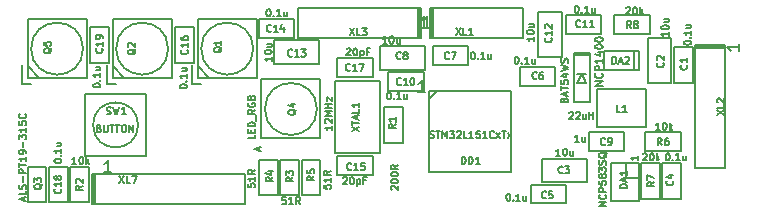
<source format=gto>
G04 #@! TF.FileFunction,Legend,Top*
%FSLAX46Y46*%
G04 Gerber Fmt 4.6, Leading zero omitted, Abs format (unit mm)*
G04 Created by KiCad (PCBNEW 4.0.0-rc1-stable) date 18.12.2015 2:10:39*
%MOMM*%
G01*
G04 APERTURE LIST*
%ADD10C,0.100000*%
%ADD11C,0.150000*%
%ADD12C,0.149860*%
G04 APERTURE END LIST*
D10*
D11*
X175500000Y-116400000D02*
X174700000Y-116400000D01*
X174700000Y-116400000D02*
X174700000Y-113400000D01*
X174700000Y-113400000D02*
X176300000Y-113400000D01*
X176300000Y-113400000D02*
X176300000Y-116400000D01*
X176300000Y-116400000D02*
X175500000Y-116400000D01*
X172500000Y-116400000D02*
X172500000Y-112600000D01*
X172500000Y-112600000D02*
X174500000Y-112600000D01*
X174500000Y-112600000D02*
X174500000Y-116400000D01*
X174500000Y-116400000D02*
X172500000Y-116400000D01*
X163539000Y-122829000D02*
X167339000Y-122829000D01*
X167339000Y-122829000D02*
X167339000Y-124829000D01*
X167339000Y-124829000D02*
X163539000Y-124829000D01*
X163539000Y-124829000D02*
X163539000Y-122829000D01*
X174528000Y-126198000D02*
X173728000Y-126198000D01*
X173728000Y-126198000D02*
X173728000Y-123198000D01*
X173728000Y-123198000D02*
X175328000Y-123198000D01*
X175328000Y-123198000D02*
X175328000Y-126198000D01*
X175328000Y-126198000D02*
X174528000Y-126198000D01*
X162600000Y-125809000D02*
X162600000Y-125009000D01*
X162600000Y-125009000D02*
X165600000Y-125009000D01*
X165600000Y-125009000D02*
X165600000Y-126609000D01*
X165600000Y-126609000D02*
X162600000Y-126609000D01*
X162600000Y-126609000D02*
X162600000Y-125809000D01*
X161663000Y-115844000D02*
X161663000Y-115044000D01*
X161663000Y-115044000D02*
X164663000Y-115044000D01*
X164663000Y-115044000D02*
X164663000Y-116644000D01*
X164663000Y-116644000D02*
X161663000Y-116644000D01*
X161663000Y-116644000D02*
X161663000Y-115844000D01*
X154329000Y-114065000D02*
X154329000Y-113265000D01*
X154329000Y-113265000D02*
X157329000Y-113265000D01*
X157329000Y-113265000D02*
X157329000Y-114865000D01*
X157329000Y-114865000D02*
X154329000Y-114865000D01*
X154329000Y-114865000D02*
X154329000Y-114065000D01*
X153621000Y-115313000D02*
X149821000Y-115313000D01*
X149821000Y-115313000D02*
X149821000Y-113313000D01*
X149821000Y-113313000D02*
X153621000Y-113313000D01*
X153621000Y-113313000D02*
X153621000Y-115313000D01*
X167500000Y-121400000D02*
X167500000Y-120600000D01*
X167500000Y-120600000D02*
X170500000Y-120600000D01*
X170500000Y-120600000D02*
X170500000Y-122200000D01*
X170500000Y-122200000D02*
X167500000Y-122200000D01*
X167500000Y-122200000D02*
X167500000Y-121400000D01*
X153543000Y-116260000D02*
X153543000Y-117060000D01*
X153543000Y-117060000D02*
X150543000Y-117060000D01*
X150543000Y-117060000D02*
X150543000Y-115460000D01*
X150543000Y-115460000D02*
X153543000Y-115460000D01*
X153543000Y-115460000D02*
X153543000Y-116260000D01*
X168589000Y-111419000D02*
X168589000Y-112219000D01*
X168589000Y-112219000D02*
X165589000Y-112219000D01*
X165589000Y-112219000D02*
X165589000Y-110619000D01*
X165589000Y-110619000D02*
X168589000Y-110619000D01*
X168589000Y-110619000D02*
X168589000Y-111419000D01*
X163214000Y-114172000D02*
X163214000Y-110372000D01*
X163214000Y-110372000D02*
X165214000Y-110372000D01*
X165214000Y-110372000D02*
X165214000Y-114172000D01*
X165214000Y-114172000D02*
X163214000Y-114172000D01*
X140900000Y-112800000D02*
X144700000Y-112800000D01*
X144700000Y-112800000D02*
X144700000Y-114800000D01*
X144700000Y-114800000D02*
X140900000Y-114800000D01*
X140900000Y-114800000D02*
X140900000Y-112800000D01*
X139588000Y-111788000D02*
X139588000Y-110988000D01*
X139588000Y-110988000D02*
X142588000Y-110988000D01*
X142588000Y-110988000D02*
X142588000Y-112588000D01*
X142588000Y-112588000D02*
X139588000Y-112588000D01*
X139588000Y-112588000D02*
X139588000Y-111788000D01*
X149206000Y-123428000D02*
X149206000Y-124228000D01*
X149206000Y-124228000D02*
X146206000Y-124228000D01*
X146206000Y-124228000D02*
X146206000Y-122628000D01*
X146206000Y-122628000D02*
X149206000Y-122628000D01*
X149206000Y-122628000D02*
X149206000Y-123428000D01*
X133300000Y-111700000D02*
X134100000Y-111700000D01*
X134100000Y-111700000D02*
X134100000Y-114700000D01*
X134100000Y-114700000D02*
X132500000Y-114700000D01*
X132500000Y-114700000D02*
X132500000Y-111700000D01*
X132500000Y-111700000D02*
X133300000Y-111700000D01*
X146212000Y-115090000D02*
X146212000Y-114290000D01*
X146212000Y-114290000D02*
X149212000Y-114290000D01*
X149212000Y-114290000D02*
X149212000Y-115890000D01*
X149212000Y-115890000D02*
X146212000Y-115890000D01*
X146212000Y-115890000D02*
X146212000Y-115090000D01*
X122600000Y-126500000D02*
X121800000Y-126500000D01*
X121800000Y-126500000D02*
X121800000Y-123500000D01*
X121800000Y-123500000D02*
X123400000Y-123500000D01*
X123400000Y-123500000D02*
X123400000Y-126500000D01*
X123400000Y-126500000D02*
X122600000Y-126500000D01*
X126100000Y-111700000D02*
X126900000Y-111700000D01*
X126900000Y-111700000D02*
X126900000Y-114700000D01*
X126900000Y-114700000D02*
X125300000Y-114700000D01*
X125300000Y-114700000D02*
X125300000Y-111700000D01*
X125300000Y-111700000D02*
X126100000Y-111700000D01*
X167635400Y-114001900D02*
X167635400Y-113901900D01*
X167635400Y-113901900D02*
X166235400Y-113901900D01*
X166235400Y-113901900D02*
X166235400Y-114001900D01*
X167635400Y-114001900D02*
X167635400Y-118001900D01*
X167635400Y-118001900D02*
X166235400Y-118001900D01*
X166235400Y-118001900D02*
X166235400Y-114001900D01*
X166235400Y-114001900D02*
X167635400Y-114001900D01*
X166554400Y-115620900D02*
X167316400Y-115620900D01*
X166935400Y-116382900D02*
X167316400Y-116382900D01*
X167316400Y-116382900D02*
X166935400Y-115620900D01*
X166935400Y-115620900D02*
X166554400Y-116382900D01*
X166554400Y-116382900D02*
X166935400Y-116382900D01*
X170680000Y-123165000D02*
X170680000Y-124465000D01*
X170680000Y-124465000D02*
X171780000Y-124465000D01*
X171780000Y-123165000D02*
X171780000Y-126365000D01*
X171780000Y-126365000D02*
X169380000Y-126365000D01*
X169380000Y-126365000D02*
X169380000Y-123165000D01*
X169380000Y-123165000D02*
X171780000Y-123165000D01*
X171378000Y-113714000D02*
X171378000Y-115314000D01*
D12*
X171728340Y-113713900D02*
X171728340Y-115314100D01*
X171728340Y-115314100D02*
X168827660Y-115314100D01*
X168827660Y-115314100D02*
X168827660Y-113713900D01*
X168827660Y-113713900D02*
X171728340Y-113713900D01*
D11*
X153999000Y-117782000D02*
X154699000Y-117082000D01*
X157449000Y-117082000D02*
X160899000Y-117082000D01*
X160899000Y-117082000D02*
X160899000Y-123982000D01*
X160899000Y-123982000D02*
X153999000Y-123982000D01*
X153999000Y-123982000D02*
X153999000Y-117082000D01*
X153999000Y-117082000D02*
X157449000Y-117082000D01*
X172399000Y-116916000D02*
X172399000Y-120116000D01*
X172399000Y-120116000D02*
X168199000Y-120116000D01*
X168199000Y-120116000D02*
X168199000Y-116916000D01*
X168199000Y-116916000D02*
X172399000Y-116916000D01*
X133900000Y-114900000D02*
X133900000Y-116500000D01*
X133900000Y-116500000D02*
X134700000Y-116500000D01*
X134400000Y-115000000D02*
X135400000Y-116000000D01*
D12*
X139099640Y-113500000D02*
G75*
G03X139099640Y-113500000I-2199640J0D01*
G01*
X139399360Y-115999360D02*
X134400640Y-115999360D01*
X134400640Y-115999360D02*
X134400640Y-111000640D01*
X134400640Y-111000640D02*
X139399360Y-111000640D01*
X139399360Y-111000640D02*
X139399360Y-115999360D01*
D11*
X126700000Y-114900000D02*
X126700000Y-116500000D01*
X126700000Y-116500000D02*
X127500000Y-116500000D01*
X127200000Y-115000000D02*
X128200000Y-116000000D01*
D12*
X131899640Y-113500000D02*
G75*
G03X131899640Y-113500000I-2199640J0D01*
G01*
X132199360Y-115999360D02*
X127200640Y-115999360D01*
X127200640Y-115999360D02*
X127200640Y-111000640D01*
X127200640Y-111000640D02*
X132199360Y-111000640D01*
X132199360Y-111000640D02*
X132199360Y-115999360D01*
D11*
X120800000Y-123500000D02*
X121600000Y-123500000D01*
X121600000Y-123500000D02*
X121600000Y-126500000D01*
X121600000Y-126500000D02*
X120000000Y-126500000D01*
X120000000Y-126500000D02*
X120000000Y-123500000D01*
X120000000Y-123500000D02*
X120800000Y-123500000D01*
D12*
X144491640Y-118609000D02*
G75*
G03X144491640Y-118609000I-2199640J0D01*
G01*
X139792640Y-116109640D02*
X144791360Y-116109640D01*
X144791360Y-116109640D02*
X144791360Y-121108360D01*
X144791360Y-121108360D02*
X139792640Y-121108360D01*
X139792640Y-121108360D02*
X139792640Y-116109640D01*
D11*
X119500000Y-114900000D02*
X119500000Y-116500000D01*
X119500000Y-116500000D02*
X120300000Y-116500000D01*
X120000000Y-115000000D02*
X121000000Y-116000000D01*
D12*
X124699640Y-113500000D02*
G75*
G03X124699640Y-113500000I-2199640J0D01*
G01*
X124999360Y-115999360D02*
X120000640Y-115999360D01*
X120000640Y-115999360D02*
X120000640Y-111000640D01*
X120000640Y-111000640D02*
X124999360Y-111000640D01*
X124999360Y-111000640D02*
X124999360Y-115999360D01*
D11*
X150955000Y-121474000D02*
X150155000Y-121474000D01*
X150155000Y-121474000D02*
X150155000Y-118474000D01*
X150155000Y-118474000D02*
X151755000Y-118474000D01*
X151755000Y-118474000D02*
X151755000Y-121474000D01*
X151755000Y-121474000D02*
X150955000Y-121474000D01*
X124400000Y-126500000D02*
X123600000Y-126500000D01*
X123600000Y-126500000D02*
X123600000Y-123500000D01*
X123600000Y-123500000D02*
X125200000Y-123500000D01*
X125200000Y-123500000D02*
X125200000Y-126500000D01*
X125200000Y-126500000D02*
X124400000Y-126500000D01*
X142200000Y-122900000D02*
X143000000Y-122900000D01*
X143000000Y-122900000D02*
X143000000Y-125900000D01*
X143000000Y-125900000D02*
X141400000Y-125900000D01*
X141400000Y-125900000D02*
X141400000Y-122900000D01*
X141400000Y-122900000D02*
X142200000Y-122900000D01*
X140400000Y-122900000D02*
X141200000Y-122900000D01*
X141200000Y-122900000D02*
X141200000Y-125900000D01*
X141200000Y-125900000D02*
X139600000Y-125900000D01*
X139600000Y-125900000D02*
X139600000Y-122900000D01*
X139600000Y-122900000D02*
X140400000Y-122900000D01*
X144000000Y-122900000D02*
X144800000Y-122900000D01*
X144800000Y-122900000D02*
X144800000Y-125900000D01*
X144800000Y-125900000D02*
X143200000Y-125900000D01*
X143200000Y-125900000D02*
X143200000Y-122900000D01*
X143200000Y-122900000D02*
X144000000Y-122900000D01*
X172300000Y-121400000D02*
X172300000Y-120600000D01*
X172300000Y-120600000D02*
X175300000Y-120600000D01*
X175300000Y-120600000D02*
X175300000Y-122200000D01*
X175300000Y-122200000D02*
X172300000Y-122200000D01*
X172300000Y-122200000D02*
X172300000Y-121400000D01*
X172780000Y-123197000D02*
X173580000Y-123197000D01*
X173580000Y-123197000D02*
X173580000Y-126197000D01*
X173580000Y-126197000D02*
X171980000Y-126197000D01*
X171980000Y-126197000D02*
X171980000Y-123197000D01*
X171980000Y-123197000D02*
X172780000Y-123197000D01*
X169666000Y-111478000D02*
X169666000Y-110678000D01*
X169666000Y-110678000D02*
X172666000Y-110678000D01*
X172666000Y-110678000D02*
X172666000Y-112278000D01*
X172666000Y-112278000D02*
X169666000Y-112278000D01*
X169666000Y-112278000D02*
X169666000Y-111478000D01*
D12*
X129353790Y-119959000D02*
G75*
G03X129353790Y-119959000I-1904790J0D01*
G01*
X124848040Y-117358040D02*
X124848040Y-122559960D01*
X124848040Y-122559960D02*
X130049960Y-122559960D01*
X130049960Y-122559960D02*
X130049960Y-117358040D01*
X130049960Y-117358040D02*
X124848040Y-117358040D01*
D11*
X154330000Y-112570000D02*
X161950000Y-112570000D01*
X154330000Y-110030000D02*
X161950000Y-110030000D01*
X154330000Y-112570000D02*
X154076000Y-112570000D01*
X154076000Y-112570000D02*
X154076000Y-110030000D01*
X154076000Y-110030000D02*
X154330000Y-110030000D01*
X154330000Y-110030000D02*
X154203000Y-110030000D01*
X154203000Y-110030000D02*
X154203000Y-112570000D01*
X161950000Y-110030000D02*
X161950000Y-112570000D01*
X154330000Y-112570000D02*
X154330000Y-110030000D01*
X176530000Y-113430000D02*
X176530000Y-113176000D01*
X176530000Y-113176000D02*
X179070000Y-113176000D01*
X179070000Y-113176000D02*
X179070000Y-113430000D01*
X179070000Y-113430000D02*
X179070000Y-113303000D01*
X179070000Y-113303000D02*
X176530000Y-113303000D01*
X179070000Y-113430000D02*
X179070000Y-123590000D01*
X179070000Y-123590000D02*
X176530000Y-123590000D01*
X176530000Y-123590000D02*
X176530000Y-113430000D01*
X176530000Y-113430000D02*
X179070000Y-113430000D01*
X153070000Y-110030000D02*
X153324000Y-110030000D01*
X153324000Y-110030000D02*
X153324000Y-112570000D01*
X153324000Y-112570000D02*
X153070000Y-112570000D01*
X153070000Y-112570000D02*
X153197000Y-112570000D01*
X153197000Y-112570000D02*
X153197000Y-110030000D01*
X153070000Y-112570000D02*
X142910000Y-112570000D01*
X142910000Y-112570000D02*
X142910000Y-110030000D01*
X142910000Y-110030000D02*
X153070000Y-110030000D01*
X153070000Y-110030000D02*
X153070000Y-112570000D01*
X138430000Y-126670000D02*
X135890000Y-126670000D01*
X135890000Y-124130000D02*
X138430000Y-124130000D01*
X125730000Y-126670000D02*
X125476000Y-126670000D01*
X125476000Y-126670000D02*
X125476000Y-124130000D01*
X125476000Y-124130000D02*
X125730000Y-124130000D01*
X125730000Y-124130000D02*
X125603000Y-124130000D01*
X125603000Y-124130000D02*
X125603000Y-126670000D01*
X125730000Y-124130000D02*
X135890000Y-124130000D01*
X138430000Y-124130000D02*
X138430000Y-126670000D01*
X135890000Y-126670000D02*
X125730000Y-126670000D01*
X125730000Y-126670000D02*
X125730000Y-124130000D01*
X145997000Y-119292000D02*
X145997000Y-116244000D01*
X145997000Y-116244000D02*
X149807000Y-116244000D01*
X149807000Y-116244000D02*
X149807000Y-122340000D01*
X149807000Y-122340000D02*
X145997000Y-122340000D01*
X145997000Y-122340000D02*
X145997000Y-119292000D01*
X175814286Y-114900000D02*
X175842857Y-114928571D01*
X175871429Y-115014285D01*
X175871429Y-115071428D01*
X175842857Y-115157143D01*
X175785714Y-115214285D01*
X175728571Y-115242857D01*
X175614286Y-115271428D01*
X175528571Y-115271428D01*
X175414286Y-115242857D01*
X175357143Y-115214285D01*
X175300000Y-115157143D01*
X175271429Y-115071428D01*
X175271429Y-115014285D01*
X175300000Y-114928571D01*
X175328571Y-114900000D01*
X175871429Y-114328571D02*
X175871429Y-114671428D01*
X175871429Y-114500000D02*
X175271429Y-114500000D01*
X175357143Y-114557143D01*
X175414286Y-114614285D01*
X175442857Y-114671428D01*
X175571429Y-113028571D02*
X175571429Y-112971428D01*
X175600000Y-112914285D01*
X175628571Y-112885714D01*
X175685714Y-112857143D01*
X175800000Y-112828571D01*
X175942857Y-112828571D01*
X176057143Y-112857143D01*
X176114286Y-112885714D01*
X176142857Y-112914285D01*
X176171429Y-112971428D01*
X176171429Y-113028571D01*
X176142857Y-113085714D01*
X176114286Y-113114285D01*
X176057143Y-113142857D01*
X175942857Y-113171428D01*
X175800000Y-113171428D01*
X175685714Y-113142857D01*
X175628571Y-113114285D01*
X175600000Y-113085714D01*
X175571429Y-113028571D01*
X176114286Y-112571428D02*
X176142857Y-112542856D01*
X176171429Y-112571428D01*
X176142857Y-112599999D01*
X176114286Y-112571428D01*
X176171429Y-112571428D01*
X176171429Y-111971428D02*
X176171429Y-112314285D01*
X176171429Y-112142857D02*
X175571429Y-112142857D01*
X175657143Y-112200000D01*
X175714286Y-112257142D01*
X175742857Y-112314285D01*
X175771429Y-111457142D02*
X176171429Y-111457142D01*
X175771429Y-111714285D02*
X176085714Y-111714285D01*
X176142857Y-111685713D01*
X176171429Y-111628571D01*
X176171429Y-111542856D01*
X176142857Y-111485713D01*
X176114286Y-111457142D01*
X173814286Y-114700000D02*
X173842857Y-114728571D01*
X173871429Y-114814285D01*
X173871429Y-114871428D01*
X173842857Y-114957143D01*
X173785714Y-115014285D01*
X173728571Y-115042857D01*
X173614286Y-115071428D01*
X173528571Y-115071428D01*
X173414286Y-115042857D01*
X173357143Y-115014285D01*
X173300000Y-114957143D01*
X173271429Y-114871428D01*
X173271429Y-114814285D01*
X173300000Y-114728571D01*
X173328571Y-114700000D01*
X173328571Y-114471428D02*
X173300000Y-114442857D01*
X173271429Y-114385714D01*
X173271429Y-114242857D01*
X173300000Y-114185714D01*
X173328571Y-114157143D01*
X173385714Y-114128571D01*
X173442857Y-114128571D01*
X173528571Y-114157143D01*
X173871429Y-114500000D01*
X173871429Y-114128571D01*
X174271429Y-112085714D02*
X174271429Y-112428571D01*
X174271429Y-112257143D02*
X173671429Y-112257143D01*
X173757143Y-112314286D01*
X173814286Y-112371428D01*
X173842857Y-112428571D01*
X173671429Y-111714285D02*
X173671429Y-111657142D01*
X173700000Y-111599999D01*
X173728571Y-111571428D01*
X173785714Y-111542857D01*
X173900000Y-111514285D01*
X174042857Y-111514285D01*
X174157143Y-111542857D01*
X174214286Y-111571428D01*
X174242857Y-111599999D01*
X174271429Y-111657142D01*
X174271429Y-111714285D01*
X174242857Y-111771428D01*
X174214286Y-111799999D01*
X174157143Y-111828571D01*
X174042857Y-111857142D01*
X173900000Y-111857142D01*
X173785714Y-111828571D01*
X173728571Y-111799999D01*
X173700000Y-111771428D01*
X173671429Y-111714285D01*
X173871429Y-110999999D02*
X174271429Y-110999999D01*
X173871429Y-111257142D02*
X174185714Y-111257142D01*
X174242857Y-111228570D01*
X174271429Y-111171428D01*
X174271429Y-111085713D01*
X174242857Y-111028570D01*
X174214286Y-110999999D01*
X165300000Y-124014286D02*
X165271429Y-124042857D01*
X165185715Y-124071429D01*
X165128572Y-124071429D01*
X165042857Y-124042857D01*
X164985715Y-123985714D01*
X164957143Y-123928571D01*
X164928572Y-123814286D01*
X164928572Y-123728571D01*
X164957143Y-123614286D01*
X164985715Y-123557143D01*
X165042857Y-123500000D01*
X165128572Y-123471429D01*
X165185715Y-123471429D01*
X165271429Y-123500000D01*
X165300000Y-123528571D01*
X165500000Y-123471429D02*
X165871429Y-123471429D01*
X165671429Y-123700000D01*
X165757143Y-123700000D01*
X165814286Y-123728571D01*
X165842857Y-123757143D01*
X165871429Y-123814286D01*
X165871429Y-123957143D01*
X165842857Y-124014286D01*
X165814286Y-124042857D01*
X165757143Y-124071429D01*
X165585715Y-124071429D01*
X165528572Y-124042857D01*
X165500000Y-124014286D01*
X165114286Y-122571429D02*
X164771429Y-122571429D01*
X164942857Y-122571429D02*
X164942857Y-121971429D01*
X164885714Y-122057143D01*
X164828572Y-122114286D01*
X164771429Y-122142857D01*
X165485715Y-121971429D02*
X165542858Y-121971429D01*
X165600001Y-122000000D01*
X165628572Y-122028571D01*
X165657143Y-122085714D01*
X165685715Y-122200000D01*
X165685715Y-122342857D01*
X165657143Y-122457143D01*
X165628572Y-122514286D01*
X165600001Y-122542857D01*
X165542858Y-122571429D01*
X165485715Y-122571429D01*
X165428572Y-122542857D01*
X165400001Y-122514286D01*
X165371429Y-122457143D01*
X165342858Y-122342857D01*
X165342858Y-122200000D01*
X165371429Y-122085714D01*
X165400001Y-122028571D01*
X165428572Y-122000000D01*
X165485715Y-121971429D01*
X166200001Y-122171429D02*
X166200001Y-122571429D01*
X165942858Y-122171429D02*
X165942858Y-122485714D01*
X165971430Y-122542857D01*
X166028572Y-122571429D01*
X166114287Y-122571429D01*
X166171430Y-122542857D01*
X166200001Y-122514286D01*
X174614286Y-124700000D02*
X174642857Y-124728571D01*
X174671429Y-124814285D01*
X174671429Y-124871428D01*
X174642857Y-124957143D01*
X174585714Y-125014285D01*
X174528571Y-125042857D01*
X174414286Y-125071428D01*
X174328571Y-125071428D01*
X174214286Y-125042857D01*
X174157143Y-125014285D01*
X174100000Y-124957143D01*
X174071429Y-124871428D01*
X174071429Y-124814285D01*
X174100000Y-124728571D01*
X174128571Y-124700000D01*
X174271429Y-124185714D02*
X174671429Y-124185714D01*
X174042857Y-124328571D02*
X174471429Y-124471428D01*
X174471429Y-124100000D01*
X174171429Y-122371429D02*
X174228572Y-122371429D01*
X174285715Y-122400000D01*
X174314286Y-122428571D01*
X174342857Y-122485714D01*
X174371429Y-122600000D01*
X174371429Y-122742857D01*
X174342857Y-122857143D01*
X174314286Y-122914286D01*
X174285715Y-122942857D01*
X174228572Y-122971429D01*
X174171429Y-122971429D01*
X174114286Y-122942857D01*
X174085715Y-122914286D01*
X174057143Y-122857143D01*
X174028572Y-122742857D01*
X174028572Y-122600000D01*
X174057143Y-122485714D01*
X174085715Y-122428571D01*
X174114286Y-122400000D01*
X174171429Y-122371429D01*
X174628572Y-122914286D02*
X174657144Y-122942857D01*
X174628572Y-122971429D01*
X174600001Y-122942857D01*
X174628572Y-122914286D01*
X174628572Y-122971429D01*
X175228572Y-122971429D02*
X174885715Y-122971429D01*
X175057143Y-122971429D02*
X175057143Y-122371429D01*
X175000000Y-122457143D01*
X174942858Y-122514286D01*
X174885715Y-122542857D01*
X175742858Y-122571429D02*
X175742858Y-122971429D01*
X175485715Y-122571429D02*
X175485715Y-122885714D01*
X175514287Y-122942857D01*
X175571429Y-122971429D01*
X175657144Y-122971429D01*
X175714287Y-122942857D01*
X175742858Y-122914286D01*
X163900000Y-126114286D02*
X163871429Y-126142857D01*
X163785715Y-126171429D01*
X163728572Y-126171429D01*
X163642857Y-126142857D01*
X163585715Y-126085714D01*
X163557143Y-126028571D01*
X163528572Y-125914286D01*
X163528572Y-125828571D01*
X163557143Y-125714286D01*
X163585715Y-125657143D01*
X163642857Y-125600000D01*
X163728572Y-125571429D01*
X163785715Y-125571429D01*
X163871429Y-125600000D01*
X163900000Y-125628571D01*
X164442857Y-125571429D02*
X164157143Y-125571429D01*
X164128572Y-125857143D01*
X164157143Y-125828571D01*
X164214286Y-125800000D01*
X164357143Y-125800000D01*
X164414286Y-125828571D01*
X164442857Y-125857143D01*
X164471429Y-125914286D01*
X164471429Y-126057143D01*
X164442857Y-126114286D01*
X164414286Y-126142857D01*
X164357143Y-126171429D01*
X164214286Y-126171429D01*
X164157143Y-126142857D01*
X164128572Y-126114286D01*
X160671429Y-125771429D02*
X160728572Y-125771429D01*
X160785715Y-125800000D01*
X160814286Y-125828571D01*
X160842857Y-125885714D01*
X160871429Y-126000000D01*
X160871429Y-126142857D01*
X160842857Y-126257143D01*
X160814286Y-126314286D01*
X160785715Y-126342857D01*
X160728572Y-126371429D01*
X160671429Y-126371429D01*
X160614286Y-126342857D01*
X160585715Y-126314286D01*
X160557143Y-126257143D01*
X160528572Y-126142857D01*
X160528572Y-126000000D01*
X160557143Y-125885714D01*
X160585715Y-125828571D01*
X160614286Y-125800000D01*
X160671429Y-125771429D01*
X161128572Y-126314286D02*
X161157144Y-126342857D01*
X161128572Y-126371429D01*
X161100001Y-126342857D01*
X161128572Y-126314286D01*
X161128572Y-126371429D01*
X161728572Y-126371429D02*
X161385715Y-126371429D01*
X161557143Y-126371429D02*
X161557143Y-125771429D01*
X161500000Y-125857143D01*
X161442858Y-125914286D01*
X161385715Y-125942857D01*
X162242858Y-125971429D02*
X162242858Y-126371429D01*
X161985715Y-125971429D02*
X161985715Y-126285714D01*
X162014287Y-126342857D01*
X162071429Y-126371429D01*
X162157144Y-126371429D01*
X162214287Y-126342857D01*
X162242858Y-126314286D01*
X163100000Y-116014286D02*
X163071429Y-116042857D01*
X162985715Y-116071429D01*
X162928572Y-116071429D01*
X162842857Y-116042857D01*
X162785715Y-115985714D01*
X162757143Y-115928571D01*
X162728572Y-115814286D01*
X162728572Y-115728571D01*
X162757143Y-115614286D01*
X162785715Y-115557143D01*
X162842857Y-115500000D01*
X162928572Y-115471429D01*
X162985715Y-115471429D01*
X163071429Y-115500000D01*
X163100000Y-115528571D01*
X163614286Y-115471429D02*
X163500000Y-115471429D01*
X163442857Y-115500000D01*
X163414286Y-115528571D01*
X163357143Y-115614286D01*
X163328572Y-115728571D01*
X163328572Y-115957143D01*
X163357143Y-116014286D01*
X163385715Y-116042857D01*
X163442857Y-116071429D01*
X163557143Y-116071429D01*
X163614286Y-116042857D01*
X163642857Y-116014286D01*
X163671429Y-115957143D01*
X163671429Y-115814286D01*
X163642857Y-115757143D01*
X163614286Y-115728571D01*
X163557143Y-115700000D01*
X163442857Y-115700000D01*
X163385715Y-115728571D01*
X163357143Y-115757143D01*
X163328572Y-115814286D01*
X161371429Y-114171429D02*
X161428572Y-114171429D01*
X161485715Y-114200000D01*
X161514286Y-114228571D01*
X161542857Y-114285714D01*
X161571429Y-114400000D01*
X161571429Y-114542857D01*
X161542857Y-114657143D01*
X161514286Y-114714286D01*
X161485715Y-114742857D01*
X161428572Y-114771429D01*
X161371429Y-114771429D01*
X161314286Y-114742857D01*
X161285715Y-114714286D01*
X161257143Y-114657143D01*
X161228572Y-114542857D01*
X161228572Y-114400000D01*
X161257143Y-114285714D01*
X161285715Y-114228571D01*
X161314286Y-114200000D01*
X161371429Y-114171429D01*
X161828572Y-114714286D02*
X161857144Y-114742857D01*
X161828572Y-114771429D01*
X161800001Y-114742857D01*
X161828572Y-114714286D01*
X161828572Y-114771429D01*
X162428572Y-114771429D02*
X162085715Y-114771429D01*
X162257143Y-114771429D02*
X162257143Y-114171429D01*
X162200000Y-114257143D01*
X162142858Y-114314286D01*
X162085715Y-114342857D01*
X162942858Y-114371429D02*
X162942858Y-114771429D01*
X162685715Y-114371429D02*
X162685715Y-114685714D01*
X162714287Y-114742857D01*
X162771429Y-114771429D01*
X162857144Y-114771429D01*
X162914287Y-114742857D01*
X162942858Y-114714286D01*
X155700000Y-114314286D02*
X155671429Y-114342857D01*
X155585715Y-114371429D01*
X155528572Y-114371429D01*
X155442857Y-114342857D01*
X155385715Y-114285714D01*
X155357143Y-114228571D01*
X155328572Y-114114286D01*
X155328572Y-114028571D01*
X155357143Y-113914286D01*
X155385715Y-113857143D01*
X155442857Y-113800000D01*
X155528572Y-113771429D01*
X155585715Y-113771429D01*
X155671429Y-113800000D01*
X155700000Y-113828571D01*
X155900000Y-113771429D02*
X156300000Y-113771429D01*
X156042857Y-114371429D01*
X157671429Y-113771429D02*
X157728572Y-113771429D01*
X157785715Y-113800000D01*
X157814286Y-113828571D01*
X157842857Y-113885714D01*
X157871429Y-114000000D01*
X157871429Y-114142857D01*
X157842857Y-114257143D01*
X157814286Y-114314286D01*
X157785715Y-114342857D01*
X157728572Y-114371429D01*
X157671429Y-114371429D01*
X157614286Y-114342857D01*
X157585715Y-114314286D01*
X157557143Y-114257143D01*
X157528572Y-114142857D01*
X157528572Y-114000000D01*
X157557143Y-113885714D01*
X157585715Y-113828571D01*
X157614286Y-113800000D01*
X157671429Y-113771429D01*
X158128572Y-114314286D02*
X158157144Y-114342857D01*
X158128572Y-114371429D01*
X158100001Y-114342857D01*
X158128572Y-114314286D01*
X158128572Y-114371429D01*
X158728572Y-114371429D02*
X158385715Y-114371429D01*
X158557143Y-114371429D02*
X158557143Y-113771429D01*
X158500000Y-113857143D01*
X158442858Y-113914286D01*
X158385715Y-113942857D01*
X159242858Y-113971429D02*
X159242858Y-114371429D01*
X158985715Y-113971429D02*
X158985715Y-114285714D01*
X159014287Y-114342857D01*
X159071429Y-114371429D01*
X159157144Y-114371429D01*
X159214287Y-114342857D01*
X159242858Y-114314286D01*
X151600000Y-114314286D02*
X151571429Y-114342857D01*
X151485715Y-114371429D01*
X151428572Y-114371429D01*
X151342857Y-114342857D01*
X151285715Y-114285714D01*
X151257143Y-114228571D01*
X151228572Y-114114286D01*
X151228572Y-114028571D01*
X151257143Y-113914286D01*
X151285715Y-113857143D01*
X151342857Y-113800000D01*
X151428572Y-113771429D01*
X151485715Y-113771429D01*
X151571429Y-113800000D01*
X151600000Y-113828571D01*
X151942857Y-114028571D02*
X151885715Y-114000000D01*
X151857143Y-113971429D01*
X151828572Y-113914286D01*
X151828572Y-113885714D01*
X151857143Y-113828571D01*
X151885715Y-113800000D01*
X151942857Y-113771429D01*
X152057143Y-113771429D01*
X152114286Y-113800000D01*
X152142857Y-113828571D01*
X152171429Y-113885714D01*
X152171429Y-113914286D01*
X152142857Y-113971429D01*
X152114286Y-114000000D01*
X152057143Y-114028571D01*
X151942857Y-114028571D01*
X151885715Y-114057143D01*
X151857143Y-114085714D01*
X151828572Y-114142857D01*
X151828572Y-114257143D01*
X151857143Y-114314286D01*
X151885715Y-114342857D01*
X151942857Y-114371429D01*
X152057143Y-114371429D01*
X152114286Y-114342857D01*
X152142857Y-114314286D01*
X152171429Y-114257143D01*
X152171429Y-114142857D01*
X152142857Y-114085714D01*
X152114286Y-114057143D01*
X152057143Y-114028571D01*
X150414286Y-113071429D02*
X150071429Y-113071429D01*
X150242857Y-113071429D02*
X150242857Y-112471429D01*
X150185714Y-112557143D01*
X150128572Y-112614286D01*
X150071429Y-112642857D01*
X150785715Y-112471429D02*
X150842858Y-112471429D01*
X150900001Y-112500000D01*
X150928572Y-112528571D01*
X150957143Y-112585714D01*
X150985715Y-112700000D01*
X150985715Y-112842857D01*
X150957143Y-112957143D01*
X150928572Y-113014286D01*
X150900001Y-113042857D01*
X150842858Y-113071429D01*
X150785715Y-113071429D01*
X150728572Y-113042857D01*
X150700001Y-113014286D01*
X150671429Y-112957143D01*
X150642858Y-112842857D01*
X150642858Y-112700000D01*
X150671429Y-112585714D01*
X150700001Y-112528571D01*
X150728572Y-112500000D01*
X150785715Y-112471429D01*
X151500001Y-112671429D02*
X151500001Y-113071429D01*
X151242858Y-112671429D02*
X151242858Y-112985714D01*
X151271430Y-113042857D01*
X151328572Y-113071429D01*
X151414287Y-113071429D01*
X151471430Y-113042857D01*
X151500001Y-113014286D01*
X168900000Y-121614286D02*
X168871429Y-121642857D01*
X168785715Y-121671429D01*
X168728572Y-121671429D01*
X168642857Y-121642857D01*
X168585715Y-121585714D01*
X168557143Y-121528571D01*
X168528572Y-121414286D01*
X168528572Y-121328571D01*
X168557143Y-121214286D01*
X168585715Y-121157143D01*
X168642857Y-121100000D01*
X168728572Y-121071429D01*
X168785715Y-121071429D01*
X168871429Y-121100000D01*
X168900000Y-121128571D01*
X169185715Y-121671429D02*
X169300000Y-121671429D01*
X169357143Y-121642857D01*
X169385715Y-121614286D01*
X169442857Y-121528571D01*
X169471429Y-121414286D01*
X169471429Y-121185714D01*
X169442857Y-121128571D01*
X169414286Y-121100000D01*
X169357143Y-121071429D01*
X169242857Y-121071429D01*
X169185715Y-121100000D01*
X169157143Y-121128571D01*
X169128572Y-121185714D01*
X169128572Y-121328571D01*
X169157143Y-121385714D01*
X169185715Y-121414286D01*
X169242857Y-121442857D01*
X169357143Y-121442857D01*
X169414286Y-121414286D01*
X169442857Y-121385714D01*
X169471429Y-121328571D01*
X166700000Y-121371429D02*
X166357143Y-121371429D01*
X166528571Y-121371429D02*
X166528571Y-120771429D01*
X166471428Y-120857143D01*
X166414286Y-120914286D01*
X166357143Y-120942857D01*
X167214286Y-120971429D02*
X167214286Y-121371429D01*
X166957143Y-120971429D02*
X166957143Y-121285714D01*
X166985715Y-121342857D01*
X167042857Y-121371429D01*
X167128572Y-121371429D01*
X167185715Y-121342857D01*
X167214286Y-121314286D01*
X151614285Y-116514286D02*
X151585714Y-116542857D01*
X151500000Y-116571429D01*
X151442857Y-116571429D01*
X151357142Y-116542857D01*
X151300000Y-116485714D01*
X151271428Y-116428571D01*
X151242857Y-116314286D01*
X151242857Y-116228571D01*
X151271428Y-116114286D01*
X151300000Y-116057143D01*
X151357142Y-116000000D01*
X151442857Y-115971429D01*
X151500000Y-115971429D01*
X151585714Y-116000000D01*
X151614285Y-116028571D01*
X152185714Y-116571429D02*
X151842857Y-116571429D01*
X152014285Y-116571429D02*
X152014285Y-115971429D01*
X151957142Y-116057143D01*
X151900000Y-116114286D01*
X151842857Y-116142857D01*
X152557143Y-115971429D02*
X152614286Y-115971429D01*
X152671429Y-116000000D01*
X152700000Y-116028571D01*
X152728571Y-116085714D01*
X152757143Y-116200000D01*
X152757143Y-116342857D01*
X152728571Y-116457143D01*
X152700000Y-116514286D01*
X152671429Y-116542857D01*
X152614286Y-116571429D01*
X152557143Y-116571429D01*
X152500000Y-116542857D01*
X152471429Y-116514286D01*
X152442857Y-116457143D01*
X152414286Y-116342857D01*
X152414286Y-116200000D01*
X152442857Y-116085714D01*
X152471429Y-116028571D01*
X152500000Y-116000000D01*
X152557143Y-115971429D01*
X150571429Y-117171429D02*
X150628572Y-117171429D01*
X150685715Y-117200000D01*
X150714286Y-117228571D01*
X150742857Y-117285714D01*
X150771429Y-117400000D01*
X150771429Y-117542857D01*
X150742857Y-117657143D01*
X150714286Y-117714286D01*
X150685715Y-117742857D01*
X150628572Y-117771429D01*
X150571429Y-117771429D01*
X150514286Y-117742857D01*
X150485715Y-117714286D01*
X150457143Y-117657143D01*
X150428572Y-117542857D01*
X150428572Y-117400000D01*
X150457143Y-117285714D01*
X150485715Y-117228571D01*
X150514286Y-117200000D01*
X150571429Y-117171429D01*
X151028572Y-117714286D02*
X151057144Y-117742857D01*
X151028572Y-117771429D01*
X151000001Y-117742857D01*
X151028572Y-117714286D01*
X151028572Y-117771429D01*
X151628572Y-117771429D02*
X151285715Y-117771429D01*
X151457143Y-117771429D02*
X151457143Y-117171429D01*
X151400000Y-117257143D01*
X151342858Y-117314286D01*
X151285715Y-117342857D01*
X152142858Y-117371429D02*
X152142858Y-117771429D01*
X151885715Y-117371429D02*
X151885715Y-117685714D01*
X151914287Y-117742857D01*
X151971429Y-117771429D01*
X152057144Y-117771429D01*
X152114287Y-117742857D01*
X152142858Y-117714286D01*
X166814285Y-111614286D02*
X166785714Y-111642857D01*
X166700000Y-111671429D01*
X166642857Y-111671429D01*
X166557142Y-111642857D01*
X166500000Y-111585714D01*
X166471428Y-111528571D01*
X166442857Y-111414286D01*
X166442857Y-111328571D01*
X166471428Y-111214286D01*
X166500000Y-111157143D01*
X166557142Y-111100000D01*
X166642857Y-111071429D01*
X166700000Y-111071429D01*
X166785714Y-111100000D01*
X166814285Y-111128571D01*
X167385714Y-111671429D02*
X167042857Y-111671429D01*
X167214285Y-111671429D02*
X167214285Y-111071429D01*
X167157142Y-111157143D01*
X167100000Y-111214286D01*
X167042857Y-111242857D01*
X167957143Y-111671429D02*
X167614286Y-111671429D01*
X167785714Y-111671429D02*
X167785714Y-111071429D01*
X167728571Y-111157143D01*
X167671429Y-111214286D01*
X167614286Y-111242857D01*
X166471429Y-109871429D02*
X166528572Y-109871429D01*
X166585715Y-109900000D01*
X166614286Y-109928571D01*
X166642857Y-109985714D01*
X166671429Y-110100000D01*
X166671429Y-110242857D01*
X166642857Y-110357143D01*
X166614286Y-110414286D01*
X166585715Y-110442857D01*
X166528572Y-110471429D01*
X166471429Y-110471429D01*
X166414286Y-110442857D01*
X166385715Y-110414286D01*
X166357143Y-110357143D01*
X166328572Y-110242857D01*
X166328572Y-110100000D01*
X166357143Y-109985714D01*
X166385715Y-109928571D01*
X166414286Y-109900000D01*
X166471429Y-109871429D01*
X166928572Y-110414286D02*
X166957144Y-110442857D01*
X166928572Y-110471429D01*
X166900001Y-110442857D01*
X166928572Y-110414286D01*
X166928572Y-110471429D01*
X167528572Y-110471429D02*
X167185715Y-110471429D01*
X167357143Y-110471429D02*
X167357143Y-109871429D01*
X167300000Y-109957143D01*
X167242858Y-110014286D01*
X167185715Y-110042857D01*
X168042858Y-110071429D02*
X168042858Y-110471429D01*
X167785715Y-110071429D02*
X167785715Y-110385714D01*
X167814287Y-110442857D01*
X167871429Y-110471429D01*
X167957144Y-110471429D01*
X168014287Y-110442857D01*
X168042858Y-110414286D01*
X164314286Y-112585715D02*
X164342857Y-112614286D01*
X164371429Y-112700000D01*
X164371429Y-112757143D01*
X164342857Y-112842858D01*
X164285714Y-112900000D01*
X164228571Y-112928572D01*
X164114286Y-112957143D01*
X164028571Y-112957143D01*
X163914286Y-112928572D01*
X163857143Y-112900000D01*
X163800000Y-112842858D01*
X163771429Y-112757143D01*
X163771429Y-112700000D01*
X163800000Y-112614286D01*
X163828571Y-112585715D01*
X164371429Y-112014286D02*
X164371429Y-112357143D01*
X164371429Y-112185715D02*
X163771429Y-112185715D01*
X163857143Y-112242858D01*
X163914286Y-112300000D01*
X163942857Y-112357143D01*
X163828571Y-111785714D02*
X163800000Y-111757143D01*
X163771429Y-111700000D01*
X163771429Y-111557143D01*
X163800000Y-111500000D01*
X163828571Y-111471429D01*
X163885714Y-111442857D01*
X163942857Y-111442857D01*
X164028571Y-111471429D01*
X164371429Y-111814286D01*
X164371429Y-111442857D01*
X162871429Y-112485714D02*
X162871429Y-112828571D01*
X162871429Y-112657143D02*
X162271429Y-112657143D01*
X162357143Y-112714286D01*
X162414286Y-112771428D01*
X162442857Y-112828571D01*
X162271429Y-112114285D02*
X162271429Y-112057142D01*
X162300000Y-111999999D01*
X162328571Y-111971428D01*
X162385714Y-111942857D01*
X162500000Y-111914285D01*
X162642857Y-111914285D01*
X162757143Y-111942857D01*
X162814286Y-111971428D01*
X162842857Y-111999999D01*
X162871429Y-112057142D01*
X162871429Y-112114285D01*
X162842857Y-112171428D01*
X162814286Y-112199999D01*
X162757143Y-112228571D01*
X162642857Y-112257142D01*
X162500000Y-112257142D01*
X162385714Y-112228571D01*
X162328571Y-112199999D01*
X162300000Y-112171428D01*
X162271429Y-112114285D01*
X162471429Y-111399999D02*
X162871429Y-111399999D01*
X162471429Y-111657142D02*
X162785714Y-111657142D01*
X162842857Y-111628570D01*
X162871429Y-111571428D01*
X162871429Y-111485713D01*
X162842857Y-111428570D01*
X162814286Y-111399999D01*
X142414285Y-114114286D02*
X142385714Y-114142857D01*
X142300000Y-114171429D01*
X142242857Y-114171429D01*
X142157142Y-114142857D01*
X142100000Y-114085714D01*
X142071428Y-114028571D01*
X142042857Y-113914286D01*
X142042857Y-113828571D01*
X142071428Y-113714286D01*
X142100000Y-113657143D01*
X142157142Y-113600000D01*
X142242857Y-113571429D01*
X142300000Y-113571429D01*
X142385714Y-113600000D01*
X142414285Y-113628571D01*
X142985714Y-114171429D02*
X142642857Y-114171429D01*
X142814285Y-114171429D02*
X142814285Y-113571429D01*
X142757142Y-113657143D01*
X142700000Y-113714286D01*
X142642857Y-113742857D01*
X143185714Y-113571429D02*
X143557143Y-113571429D01*
X143357143Y-113800000D01*
X143442857Y-113800000D01*
X143500000Y-113828571D01*
X143528571Y-113857143D01*
X143557143Y-113914286D01*
X143557143Y-114057143D01*
X143528571Y-114114286D01*
X143500000Y-114142857D01*
X143442857Y-114171429D01*
X143271429Y-114171429D01*
X143214286Y-114142857D01*
X143185714Y-114114286D01*
X140671429Y-114185714D02*
X140671429Y-114528571D01*
X140671429Y-114357143D02*
X140071429Y-114357143D01*
X140157143Y-114414286D01*
X140214286Y-114471428D01*
X140242857Y-114528571D01*
X140071429Y-113814285D02*
X140071429Y-113757142D01*
X140100000Y-113699999D01*
X140128571Y-113671428D01*
X140185714Y-113642857D01*
X140300000Y-113614285D01*
X140442857Y-113614285D01*
X140557143Y-113642857D01*
X140614286Y-113671428D01*
X140642857Y-113699999D01*
X140671429Y-113757142D01*
X140671429Y-113814285D01*
X140642857Y-113871428D01*
X140614286Y-113899999D01*
X140557143Y-113928571D01*
X140442857Y-113957142D01*
X140300000Y-113957142D01*
X140185714Y-113928571D01*
X140128571Y-113899999D01*
X140100000Y-113871428D01*
X140071429Y-113814285D01*
X140271429Y-113099999D02*
X140671429Y-113099999D01*
X140271429Y-113357142D02*
X140585714Y-113357142D01*
X140642857Y-113328570D01*
X140671429Y-113271428D01*
X140671429Y-113185713D01*
X140642857Y-113128570D01*
X140614286Y-113099999D01*
X140614285Y-112014286D02*
X140585714Y-112042857D01*
X140500000Y-112071429D01*
X140442857Y-112071429D01*
X140357142Y-112042857D01*
X140300000Y-111985714D01*
X140271428Y-111928571D01*
X140242857Y-111814286D01*
X140242857Y-111728571D01*
X140271428Y-111614286D01*
X140300000Y-111557143D01*
X140357142Y-111500000D01*
X140442857Y-111471429D01*
X140500000Y-111471429D01*
X140585714Y-111500000D01*
X140614285Y-111528571D01*
X141185714Y-112071429D02*
X140842857Y-112071429D01*
X141014285Y-112071429D02*
X141014285Y-111471429D01*
X140957142Y-111557143D01*
X140900000Y-111614286D01*
X140842857Y-111642857D01*
X141700000Y-111671429D02*
X141700000Y-112071429D01*
X141557143Y-111442857D02*
X141414286Y-111871429D01*
X141785714Y-111871429D01*
X140371429Y-110171429D02*
X140428572Y-110171429D01*
X140485715Y-110200000D01*
X140514286Y-110228571D01*
X140542857Y-110285714D01*
X140571429Y-110400000D01*
X140571429Y-110542857D01*
X140542857Y-110657143D01*
X140514286Y-110714286D01*
X140485715Y-110742857D01*
X140428572Y-110771429D01*
X140371429Y-110771429D01*
X140314286Y-110742857D01*
X140285715Y-110714286D01*
X140257143Y-110657143D01*
X140228572Y-110542857D01*
X140228572Y-110400000D01*
X140257143Y-110285714D01*
X140285715Y-110228571D01*
X140314286Y-110200000D01*
X140371429Y-110171429D01*
X140828572Y-110714286D02*
X140857144Y-110742857D01*
X140828572Y-110771429D01*
X140800001Y-110742857D01*
X140828572Y-110714286D01*
X140828572Y-110771429D01*
X141428572Y-110771429D02*
X141085715Y-110771429D01*
X141257143Y-110771429D02*
X141257143Y-110171429D01*
X141200000Y-110257143D01*
X141142858Y-110314286D01*
X141085715Y-110342857D01*
X141942858Y-110371429D02*
X141942858Y-110771429D01*
X141685715Y-110371429D02*
X141685715Y-110685714D01*
X141714287Y-110742857D01*
X141771429Y-110771429D01*
X141857144Y-110771429D01*
X141914287Y-110742857D01*
X141942858Y-110714286D01*
X147414285Y-123714286D02*
X147385714Y-123742857D01*
X147300000Y-123771429D01*
X147242857Y-123771429D01*
X147157142Y-123742857D01*
X147100000Y-123685714D01*
X147071428Y-123628571D01*
X147042857Y-123514286D01*
X147042857Y-123428571D01*
X147071428Y-123314286D01*
X147100000Y-123257143D01*
X147157142Y-123200000D01*
X147242857Y-123171429D01*
X147300000Y-123171429D01*
X147385714Y-123200000D01*
X147414285Y-123228571D01*
X147985714Y-123771429D02*
X147642857Y-123771429D01*
X147814285Y-123771429D02*
X147814285Y-123171429D01*
X147757142Y-123257143D01*
X147700000Y-123314286D01*
X147642857Y-123342857D01*
X148528571Y-123171429D02*
X148242857Y-123171429D01*
X148214286Y-123457143D01*
X148242857Y-123428571D01*
X148300000Y-123400000D01*
X148442857Y-123400000D01*
X148500000Y-123428571D01*
X148528571Y-123457143D01*
X148557143Y-123514286D01*
X148557143Y-123657143D01*
X148528571Y-123714286D01*
X148500000Y-123742857D01*
X148442857Y-123771429D01*
X148300000Y-123771429D01*
X148242857Y-123742857D01*
X148214286Y-123714286D01*
X146714286Y-124428571D02*
X146742857Y-124400000D01*
X146800000Y-124371429D01*
X146942857Y-124371429D01*
X147000000Y-124400000D01*
X147028571Y-124428571D01*
X147057143Y-124485714D01*
X147057143Y-124542857D01*
X147028571Y-124628571D01*
X146685714Y-124971429D01*
X147057143Y-124971429D01*
X147428572Y-124371429D02*
X147485715Y-124371429D01*
X147542858Y-124400000D01*
X147571429Y-124428571D01*
X147600000Y-124485714D01*
X147628572Y-124600000D01*
X147628572Y-124742857D01*
X147600000Y-124857143D01*
X147571429Y-124914286D01*
X147542858Y-124942857D01*
X147485715Y-124971429D01*
X147428572Y-124971429D01*
X147371429Y-124942857D01*
X147342858Y-124914286D01*
X147314286Y-124857143D01*
X147285715Y-124742857D01*
X147285715Y-124600000D01*
X147314286Y-124485714D01*
X147342858Y-124428571D01*
X147371429Y-124400000D01*
X147428572Y-124371429D01*
X147885715Y-124571429D02*
X147885715Y-125171429D01*
X147885715Y-124600000D02*
X147942858Y-124571429D01*
X148057144Y-124571429D01*
X148114287Y-124600000D01*
X148142858Y-124628571D01*
X148171429Y-124685714D01*
X148171429Y-124857143D01*
X148142858Y-124914286D01*
X148114287Y-124942857D01*
X148057144Y-124971429D01*
X147942858Y-124971429D01*
X147885715Y-124942857D01*
X148628572Y-124657143D02*
X148428572Y-124657143D01*
X148428572Y-124971429D02*
X148428572Y-124371429D01*
X148714286Y-124371429D01*
X133514286Y-113585715D02*
X133542857Y-113614286D01*
X133571429Y-113700000D01*
X133571429Y-113757143D01*
X133542857Y-113842858D01*
X133485714Y-113900000D01*
X133428571Y-113928572D01*
X133314286Y-113957143D01*
X133228571Y-113957143D01*
X133114286Y-113928572D01*
X133057143Y-113900000D01*
X133000000Y-113842858D01*
X132971429Y-113757143D01*
X132971429Y-113700000D01*
X133000000Y-113614286D01*
X133028571Y-113585715D01*
X133571429Y-113014286D02*
X133571429Y-113357143D01*
X133571429Y-113185715D02*
X132971429Y-113185715D01*
X133057143Y-113242858D01*
X133114286Y-113300000D01*
X133142857Y-113357143D01*
X132971429Y-112500000D02*
X132971429Y-112614286D01*
X133000000Y-112671429D01*
X133028571Y-112700000D01*
X133114286Y-112757143D01*
X133228571Y-112785714D01*
X133457143Y-112785714D01*
X133514286Y-112757143D01*
X133542857Y-112728571D01*
X133571429Y-112671429D01*
X133571429Y-112557143D01*
X133542857Y-112500000D01*
X133514286Y-112471429D01*
X133457143Y-112442857D01*
X133314286Y-112442857D01*
X133257143Y-112471429D01*
X133228571Y-112500000D01*
X133200000Y-112557143D01*
X133200000Y-112671429D01*
X133228571Y-112728571D01*
X133257143Y-112757143D01*
X133314286Y-112785714D01*
X132871429Y-116728571D02*
X132871429Y-116671428D01*
X132900000Y-116614285D01*
X132928571Y-116585714D01*
X132985714Y-116557143D01*
X133100000Y-116528571D01*
X133242857Y-116528571D01*
X133357143Y-116557143D01*
X133414286Y-116585714D01*
X133442857Y-116614285D01*
X133471429Y-116671428D01*
X133471429Y-116728571D01*
X133442857Y-116785714D01*
X133414286Y-116814285D01*
X133357143Y-116842857D01*
X133242857Y-116871428D01*
X133100000Y-116871428D01*
X132985714Y-116842857D01*
X132928571Y-116814285D01*
X132900000Y-116785714D01*
X132871429Y-116728571D01*
X133414286Y-116271428D02*
X133442857Y-116242856D01*
X133471429Y-116271428D01*
X133442857Y-116299999D01*
X133414286Y-116271428D01*
X133471429Y-116271428D01*
X133471429Y-115671428D02*
X133471429Y-116014285D01*
X133471429Y-115842857D02*
X132871429Y-115842857D01*
X132957143Y-115900000D01*
X133014286Y-115957142D01*
X133042857Y-116014285D01*
X133071429Y-115157142D02*
X133471429Y-115157142D01*
X133071429Y-115414285D02*
X133385714Y-115414285D01*
X133442857Y-115385713D01*
X133471429Y-115328571D01*
X133471429Y-115242856D01*
X133442857Y-115185713D01*
X133414286Y-115157142D01*
X147314285Y-115314286D02*
X147285714Y-115342857D01*
X147200000Y-115371429D01*
X147142857Y-115371429D01*
X147057142Y-115342857D01*
X147000000Y-115285714D01*
X146971428Y-115228571D01*
X146942857Y-115114286D01*
X146942857Y-115028571D01*
X146971428Y-114914286D01*
X147000000Y-114857143D01*
X147057142Y-114800000D01*
X147142857Y-114771429D01*
X147200000Y-114771429D01*
X147285714Y-114800000D01*
X147314285Y-114828571D01*
X147885714Y-115371429D02*
X147542857Y-115371429D01*
X147714285Y-115371429D02*
X147714285Y-114771429D01*
X147657142Y-114857143D01*
X147600000Y-114914286D01*
X147542857Y-114942857D01*
X148085714Y-114771429D02*
X148485714Y-114771429D01*
X148228571Y-115371429D01*
X147014286Y-113528571D02*
X147042857Y-113500000D01*
X147100000Y-113471429D01*
X147242857Y-113471429D01*
X147300000Y-113500000D01*
X147328571Y-113528571D01*
X147357143Y-113585714D01*
X147357143Y-113642857D01*
X147328571Y-113728571D01*
X146985714Y-114071429D01*
X147357143Y-114071429D01*
X147728572Y-113471429D02*
X147785715Y-113471429D01*
X147842858Y-113500000D01*
X147871429Y-113528571D01*
X147900000Y-113585714D01*
X147928572Y-113700000D01*
X147928572Y-113842857D01*
X147900000Y-113957143D01*
X147871429Y-114014286D01*
X147842858Y-114042857D01*
X147785715Y-114071429D01*
X147728572Y-114071429D01*
X147671429Y-114042857D01*
X147642858Y-114014286D01*
X147614286Y-113957143D01*
X147585715Y-113842857D01*
X147585715Y-113700000D01*
X147614286Y-113585714D01*
X147642858Y-113528571D01*
X147671429Y-113500000D01*
X147728572Y-113471429D01*
X148185715Y-113671429D02*
X148185715Y-114271429D01*
X148185715Y-113700000D02*
X148242858Y-113671429D01*
X148357144Y-113671429D01*
X148414287Y-113700000D01*
X148442858Y-113728571D01*
X148471429Y-113785714D01*
X148471429Y-113957143D01*
X148442858Y-114014286D01*
X148414287Y-114042857D01*
X148357144Y-114071429D01*
X148242858Y-114071429D01*
X148185715Y-114042857D01*
X148928572Y-113757143D02*
X148728572Y-113757143D01*
X148728572Y-114071429D02*
X148728572Y-113471429D01*
X149014286Y-113471429D01*
X122814286Y-125385715D02*
X122842857Y-125414286D01*
X122871429Y-125500000D01*
X122871429Y-125557143D01*
X122842857Y-125642858D01*
X122785714Y-125700000D01*
X122728571Y-125728572D01*
X122614286Y-125757143D01*
X122528571Y-125757143D01*
X122414286Y-125728572D01*
X122357143Y-125700000D01*
X122300000Y-125642858D01*
X122271429Y-125557143D01*
X122271429Y-125500000D01*
X122300000Y-125414286D01*
X122328571Y-125385715D01*
X122871429Y-124814286D02*
X122871429Y-125157143D01*
X122871429Y-124985715D02*
X122271429Y-124985715D01*
X122357143Y-125042858D01*
X122414286Y-125100000D01*
X122442857Y-125157143D01*
X122528571Y-124471429D02*
X122500000Y-124528571D01*
X122471429Y-124557143D01*
X122414286Y-124585714D01*
X122385714Y-124585714D01*
X122328571Y-124557143D01*
X122300000Y-124528571D01*
X122271429Y-124471429D01*
X122271429Y-124357143D01*
X122300000Y-124300000D01*
X122328571Y-124271429D01*
X122385714Y-124242857D01*
X122414286Y-124242857D01*
X122471429Y-124271429D01*
X122500000Y-124300000D01*
X122528571Y-124357143D01*
X122528571Y-124471429D01*
X122557143Y-124528571D01*
X122585714Y-124557143D01*
X122642857Y-124585714D01*
X122757143Y-124585714D01*
X122814286Y-124557143D01*
X122842857Y-124528571D01*
X122871429Y-124471429D01*
X122871429Y-124357143D01*
X122842857Y-124300000D01*
X122814286Y-124271429D01*
X122757143Y-124242857D01*
X122642857Y-124242857D01*
X122585714Y-124271429D01*
X122557143Y-124300000D01*
X122528571Y-124357143D01*
X122271429Y-123028571D02*
X122271429Y-122971428D01*
X122300000Y-122914285D01*
X122328571Y-122885714D01*
X122385714Y-122857143D01*
X122500000Y-122828571D01*
X122642857Y-122828571D01*
X122757143Y-122857143D01*
X122814286Y-122885714D01*
X122842857Y-122914285D01*
X122871429Y-122971428D01*
X122871429Y-123028571D01*
X122842857Y-123085714D01*
X122814286Y-123114285D01*
X122757143Y-123142857D01*
X122642857Y-123171428D01*
X122500000Y-123171428D01*
X122385714Y-123142857D01*
X122328571Y-123114285D01*
X122300000Y-123085714D01*
X122271429Y-123028571D01*
X122814286Y-122571428D02*
X122842857Y-122542856D01*
X122871429Y-122571428D01*
X122842857Y-122599999D01*
X122814286Y-122571428D01*
X122871429Y-122571428D01*
X122871429Y-121971428D02*
X122871429Y-122314285D01*
X122871429Y-122142857D02*
X122271429Y-122142857D01*
X122357143Y-122200000D01*
X122414286Y-122257142D01*
X122442857Y-122314285D01*
X122471429Y-121457142D02*
X122871429Y-121457142D01*
X122471429Y-121714285D02*
X122785714Y-121714285D01*
X122842857Y-121685713D01*
X122871429Y-121628571D01*
X122871429Y-121542856D01*
X122842857Y-121485713D01*
X122814286Y-121457142D01*
X126314286Y-113485715D02*
X126342857Y-113514286D01*
X126371429Y-113600000D01*
X126371429Y-113657143D01*
X126342857Y-113742858D01*
X126285714Y-113800000D01*
X126228571Y-113828572D01*
X126114286Y-113857143D01*
X126028571Y-113857143D01*
X125914286Y-113828572D01*
X125857143Y-113800000D01*
X125800000Y-113742858D01*
X125771429Y-113657143D01*
X125771429Y-113600000D01*
X125800000Y-113514286D01*
X125828571Y-113485715D01*
X126371429Y-112914286D02*
X126371429Y-113257143D01*
X126371429Y-113085715D02*
X125771429Y-113085715D01*
X125857143Y-113142858D01*
X125914286Y-113200000D01*
X125942857Y-113257143D01*
X126371429Y-112628571D02*
X126371429Y-112514286D01*
X126342857Y-112457143D01*
X126314286Y-112428571D01*
X126228571Y-112371429D01*
X126114286Y-112342857D01*
X125885714Y-112342857D01*
X125828571Y-112371429D01*
X125800000Y-112400000D01*
X125771429Y-112457143D01*
X125771429Y-112571429D01*
X125800000Y-112628571D01*
X125828571Y-112657143D01*
X125885714Y-112685714D01*
X126028571Y-112685714D01*
X126085714Y-112657143D01*
X126114286Y-112628571D01*
X126142857Y-112571429D01*
X126142857Y-112457143D01*
X126114286Y-112400000D01*
X126085714Y-112371429D01*
X126028571Y-112342857D01*
X125571429Y-116628571D02*
X125571429Y-116571428D01*
X125600000Y-116514285D01*
X125628571Y-116485714D01*
X125685714Y-116457143D01*
X125800000Y-116428571D01*
X125942857Y-116428571D01*
X126057143Y-116457143D01*
X126114286Y-116485714D01*
X126142857Y-116514285D01*
X126171429Y-116571428D01*
X126171429Y-116628571D01*
X126142857Y-116685714D01*
X126114286Y-116714285D01*
X126057143Y-116742857D01*
X125942857Y-116771428D01*
X125800000Y-116771428D01*
X125685714Y-116742857D01*
X125628571Y-116714285D01*
X125600000Y-116685714D01*
X125571429Y-116628571D01*
X126114286Y-116171428D02*
X126142857Y-116142856D01*
X126171429Y-116171428D01*
X126142857Y-116199999D01*
X126114286Y-116171428D01*
X126171429Y-116171428D01*
X126171429Y-115571428D02*
X126171429Y-115914285D01*
X126171429Y-115742857D02*
X125571429Y-115742857D01*
X125657143Y-115800000D01*
X125714286Y-115857142D01*
X125742857Y-115914285D01*
X125771429Y-115057142D02*
X126171429Y-115057142D01*
X125771429Y-115314285D02*
X126085714Y-115314285D01*
X126142857Y-115285713D01*
X126171429Y-115228571D01*
X126171429Y-115142856D01*
X126142857Y-115085713D01*
X126114286Y-115057142D01*
D12*
X165442243Y-117843883D02*
X165470788Y-117758249D01*
X165499332Y-117729704D01*
X165556422Y-117701159D01*
X165642056Y-117701159D01*
X165699146Y-117729704D01*
X165727690Y-117758249D01*
X165756235Y-117815338D01*
X165756235Y-118043696D01*
X165156795Y-118043696D01*
X165156795Y-117843883D01*
X165185340Y-117786793D01*
X165213885Y-117758249D01*
X165270974Y-117729704D01*
X165328064Y-117729704D01*
X165385153Y-117758249D01*
X165413698Y-117786793D01*
X165442243Y-117843883D01*
X165442243Y-118043696D01*
X165584967Y-117472801D02*
X165584967Y-117187353D01*
X165756235Y-117529890D02*
X165156795Y-117330077D01*
X165756235Y-117130264D01*
X165156795Y-117016084D02*
X165156795Y-116673547D01*
X165756235Y-116844816D02*
X165156795Y-116844816D01*
X165156795Y-116188287D02*
X165156795Y-116473734D01*
X165442243Y-116502279D01*
X165413698Y-116473734D01*
X165385153Y-116416645D01*
X165385153Y-116273921D01*
X165413698Y-116216831D01*
X165442243Y-116188287D01*
X165499332Y-116159742D01*
X165642056Y-116159742D01*
X165699146Y-116188287D01*
X165727690Y-116216831D01*
X165756235Y-116273921D01*
X165756235Y-116416645D01*
X165727690Y-116473734D01*
X165699146Y-116502279D01*
X165356609Y-115645936D02*
X165756235Y-115645936D01*
X165128250Y-115788660D02*
X165556422Y-115931384D01*
X165556422Y-115560302D01*
X165156795Y-115389034D02*
X165756235Y-115246310D01*
X165328064Y-115132131D01*
X165756235Y-115017952D01*
X165156795Y-114875228D01*
X165727690Y-114675415D02*
X165756235Y-114589781D01*
X165756235Y-114447057D01*
X165727690Y-114389967D01*
X165699146Y-114361423D01*
X165642056Y-114332878D01*
X165584967Y-114332878D01*
X165527877Y-114361423D01*
X165499332Y-114389967D01*
X165470788Y-114447057D01*
X165442243Y-114561236D01*
X165413698Y-114618325D01*
X165385153Y-114646870D01*
X165328064Y-114675415D01*
X165270974Y-114675415D01*
X165213885Y-114646870D01*
X165185340Y-114618325D01*
X165156795Y-114561236D01*
X165156795Y-114418512D01*
X165185340Y-114332878D01*
D11*
X170771429Y-125300000D02*
X170171429Y-125300000D01*
X170171429Y-125157143D01*
X170200000Y-125071428D01*
X170257143Y-125014286D01*
X170314286Y-124985714D01*
X170428571Y-124957143D01*
X170514286Y-124957143D01*
X170628571Y-124985714D01*
X170685714Y-125014286D01*
X170742857Y-125071428D01*
X170771429Y-125157143D01*
X170771429Y-125300000D01*
X170600000Y-124728571D02*
X170600000Y-124442857D01*
X170771429Y-124785714D02*
X170171429Y-124585714D01*
X170771429Y-124385714D01*
X170771429Y-123871428D02*
X170771429Y-124214285D01*
X170771429Y-124042857D02*
X170171429Y-124042857D01*
X170257143Y-124100000D01*
X170314286Y-124157142D01*
X170342857Y-124214285D01*
X168971429Y-126828572D02*
X168371429Y-126828572D01*
X168971429Y-126485715D01*
X168371429Y-126485715D01*
X168914286Y-125857144D02*
X168942857Y-125885715D01*
X168971429Y-125971429D01*
X168971429Y-126028572D01*
X168942857Y-126114287D01*
X168885714Y-126171429D01*
X168828571Y-126200001D01*
X168714286Y-126228572D01*
X168628571Y-126228572D01*
X168514286Y-126200001D01*
X168457143Y-126171429D01*
X168400000Y-126114287D01*
X168371429Y-126028572D01*
X168371429Y-125971429D01*
X168400000Y-125885715D01*
X168428571Y-125857144D01*
X168971429Y-125600001D02*
X168371429Y-125600001D01*
X168371429Y-125371429D01*
X168400000Y-125314287D01*
X168428571Y-125285715D01*
X168485714Y-125257144D01*
X168571429Y-125257144D01*
X168628571Y-125285715D01*
X168657143Y-125314287D01*
X168685714Y-125371429D01*
X168685714Y-125600001D01*
X168371429Y-124714287D02*
X168371429Y-125000001D01*
X168657143Y-125028572D01*
X168628571Y-125000001D01*
X168600000Y-124942858D01*
X168600000Y-124800001D01*
X168628571Y-124742858D01*
X168657143Y-124714287D01*
X168714286Y-124685715D01*
X168857143Y-124685715D01*
X168914286Y-124714287D01*
X168942857Y-124742858D01*
X168971429Y-124800001D01*
X168971429Y-124942858D01*
X168942857Y-125000001D01*
X168914286Y-125028572D01*
X168628571Y-124342858D02*
X168600000Y-124400000D01*
X168571429Y-124428572D01*
X168514286Y-124457143D01*
X168485714Y-124457143D01*
X168428571Y-124428572D01*
X168400000Y-124400000D01*
X168371429Y-124342858D01*
X168371429Y-124228572D01*
X168400000Y-124171429D01*
X168428571Y-124142858D01*
X168485714Y-124114286D01*
X168514286Y-124114286D01*
X168571429Y-124142858D01*
X168600000Y-124171429D01*
X168628571Y-124228572D01*
X168628571Y-124342858D01*
X168657143Y-124400000D01*
X168685714Y-124428572D01*
X168742857Y-124457143D01*
X168857143Y-124457143D01*
X168914286Y-124428572D01*
X168942857Y-124400000D01*
X168971429Y-124342858D01*
X168971429Y-124228572D01*
X168942857Y-124171429D01*
X168914286Y-124142858D01*
X168857143Y-124114286D01*
X168742857Y-124114286D01*
X168685714Y-124142858D01*
X168657143Y-124171429D01*
X168628571Y-124228572D01*
X168371429Y-123914286D02*
X168371429Y-123542857D01*
X168600000Y-123742857D01*
X168600000Y-123657143D01*
X168628571Y-123600000D01*
X168657143Y-123571429D01*
X168714286Y-123542857D01*
X168857143Y-123542857D01*
X168914286Y-123571429D01*
X168942857Y-123600000D01*
X168971429Y-123657143D01*
X168971429Y-123828571D01*
X168942857Y-123885714D01*
X168914286Y-123914286D01*
X168942857Y-123314285D02*
X168971429Y-123228571D01*
X168971429Y-123085714D01*
X168942857Y-123028571D01*
X168914286Y-123000000D01*
X168857143Y-122971428D01*
X168800000Y-122971428D01*
X168742857Y-123000000D01*
X168714286Y-123028571D01*
X168685714Y-123085714D01*
X168657143Y-123200000D01*
X168628571Y-123257142D01*
X168600000Y-123285714D01*
X168542857Y-123314285D01*
X168485714Y-123314285D01*
X168428571Y-123285714D01*
X168400000Y-123257142D01*
X168371429Y-123200000D01*
X168371429Y-123057142D01*
X168400000Y-122971428D01*
X169028571Y-122314285D02*
X169000000Y-122371428D01*
X168942857Y-122428571D01*
X168857143Y-122514285D01*
X168828571Y-122571428D01*
X168828571Y-122628571D01*
X168971429Y-122599999D02*
X168942857Y-122657142D01*
X168885714Y-122714285D01*
X168771429Y-122742856D01*
X168571429Y-122742856D01*
X168457143Y-122714285D01*
X168400000Y-122657142D01*
X168371429Y-122599999D01*
X168371429Y-122485713D01*
X168400000Y-122428571D01*
X168457143Y-122371428D01*
X168571429Y-122342856D01*
X168771429Y-122342856D01*
X168885714Y-122371428D01*
X168942857Y-122428571D01*
X168971429Y-122485713D01*
X168971429Y-122599999D01*
X171651429Y-122593571D02*
X171651429Y-122936428D01*
X171651429Y-122765000D02*
X171051429Y-122765000D01*
X171137143Y-122822143D01*
X171194286Y-122879285D01*
X171222857Y-122936428D01*
X169500000Y-114771429D02*
X169500000Y-114171429D01*
X169642857Y-114171429D01*
X169728572Y-114200000D01*
X169785714Y-114257143D01*
X169814286Y-114314286D01*
X169842857Y-114428571D01*
X169842857Y-114514286D01*
X169814286Y-114628571D01*
X169785714Y-114685714D01*
X169728572Y-114742857D01*
X169642857Y-114771429D01*
X169500000Y-114771429D01*
X170071429Y-114600000D02*
X170357143Y-114600000D01*
X170014286Y-114771429D02*
X170214286Y-114171429D01*
X170414286Y-114771429D01*
X170585715Y-114228571D02*
X170614286Y-114200000D01*
X170671429Y-114171429D01*
X170814286Y-114171429D01*
X170871429Y-114200000D01*
X170900000Y-114228571D01*
X170928572Y-114285714D01*
X170928572Y-114342857D01*
X170900000Y-114428571D01*
X170557143Y-114771429D01*
X170928572Y-114771429D01*
D12*
X168687262Y-116625953D02*
X168052262Y-116625953D01*
X168687262Y-116263095D01*
X168052262Y-116263095D01*
X168626786Y-115597857D02*
X168657024Y-115628095D01*
X168687262Y-115718810D01*
X168687262Y-115779286D01*
X168657024Y-115870000D01*
X168596548Y-115930476D01*
X168536071Y-115960715D01*
X168415119Y-115990953D01*
X168324405Y-115990953D01*
X168203452Y-115960715D01*
X168142976Y-115930476D01*
X168082500Y-115870000D01*
X168052262Y-115779286D01*
X168052262Y-115718810D01*
X168082500Y-115628095D01*
X168112738Y-115597857D01*
X168687262Y-115325715D02*
X168052262Y-115325715D01*
X168052262Y-115083810D01*
X168082500Y-115023334D01*
X168112738Y-114993095D01*
X168173214Y-114962857D01*
X168263929Y-114962857D01*
X168324405Y-114993095D01*
X168354643Y-115023334D01*
X168384881Y-115083810D01*
X168384881Y-115325715D01*
X168687262Y-114358095D02*
X168687262Y-114720953D01*
X168687262Y-114539524D02*
X168052262Y-114539524D01*
X168142976Y-114600000D01*
X168203452Y-114660476D01*
X168233690Y-114720953D01*
X168263929Y-113813810D02*
X168687262Y-113813810D01*
X168022024Y-113965000D02*
X168475595Y-114116191D01*
X168475595Y-113723095D01*
X168052262Y-113360238D02*
X168052262Y-113299762D01*
X168082500Y-113239286D01*
X168112738Y-113209048D01*
X168173214Y-113178810D01*
X168294167Y-113148571D01*
X168445357Y-113148571D01*
X168566310Y-113178810D01*
X168626786Y-113209048D01*
X168657024Y-113239286D01*
X168687262Y-113299762D01*
X168687262Y-113360238D01*
X168657024Y-113420714D01*
X168626786Y-113450952D01*
X168566310Y-113481191D01*
X168445357Y-113511429D01*
X168294167Y-113511429D01*
X168173214Y-113481191D01*
X168112738Y-113450952D01*
X168082500Y-113420714D01*
X168052262Y-113360238D01*
X168052262Y-112755476D02*
X168052262Y-112695000D01*
X168082500Y-112634524D01*
X168112738Y-112604286D01*
X168173214Y-112574048D01*
X168294167Y-112543809D01*
X168445357Y-112543809D01*
X168566310Y-112574048D01*
X168626786Y-112604286D01*
X168657024Y-112634524D01*
X168687262Y-112695000D01*
X168687262Y-112755476D01*
X168657024Y-112815952D01*
X168626786Y-112846190D01*
X168566310Y-112876429D01*
X168445357Y-112906667D01*
X168294167Y-112906667D01*
X168173214Y-112876429D01*
X168112738Y-112846190D01*
X168082500Y-112815952D01*
X168052262Y-112755476D01*
X156757837Y-123271175D02*
X156757837Y-122671735D01*
X156900561Y-122671735D01*
X156986195Y-122700280D01*
X157043284Y-122757370D01*
X157071829Y-122814459D01*
X157100374Y-122928638D01*
X157100374Y-123014272D01*
X157071829Y-123128451D01*
X157043284Y-123185541D01*
X156986195Y-123242630D01*
X156900561Y-123271175D01*
X156757837Y-123271175D01*
X157357277Y-123271175D02*
X157357277Y-122671735D01*
X157500001Y-122671735D01*
X157585635Y-122700280D01*
X157642724Y-122757370D01*
X157671269Y-122814459D01*
X157699814Y-122928638D01*
X157699814Y-123014272D01*
X157671269Y-123128451D01*
X157642724Y-123185541D01*
X157585635Y-123242630D01*
X157500001Y-123271175D01*
X157357277Y-123271175D01*
X158270709Y-123271175D02*
X157928172Y-123271175D01*
X158099441Y-123271175D02*
X158099441Y-122671735D01*
X158042351Y-122757370D01*
X157985262Y-122814459D01*
X157928172Y-122843004D01*
X154074630Y-121042630D02*
X154160264Y-121071175D01*
X154302988Y-121071175D01*
X154360078Y-121042630D01*
X154388622Y-121014086D01*
X154417167Y-120956996D01*
X154417167Y-120899907D01*
X154388622Y-120842817D01*
X154360078Y-120814272D01*
X154302988Y-120785728D01*
X154188809Y-120757183D01*
X154131720Y-120728638D01*
X154103175Y-120700093D01*
X154074630Y-120643004D01*
X154074630Y-120585914D01*
X154103175Y-120528825D01*
X154131720Y-120500280D01*
X154188809Y-120471735D01*
X154331533Y-120471735D01*
X154417167Y-120500280D01*
X154588436Y-120471735D02*
X154930973Y-120471735D01*
X154759704Y-121071175D02*
X154759704Y-120471735D01*
X155130786Y-121071175D02*
X155130786Y-120471735D01*
X155330599Y-120899907D01*
X155530412Y-120471735D01*
X155530412Y-121071175D01*
X155758770Y-120471735D02*
X156129852Y-120471735D01*
X155930039Y-120700093D01*
X156015673Y-120700093D01*
X156072763Y-120728638D01*
X156101307Y-120757183D01*
X156129852Y-120814272D01*
X156129852Y-120956996D01*
X156101307Y-121014086D01*
X156072763Y-121042630D01*
X156015673Y-121071175D01*
X155844405Y-121071175D01*
X155787315Y-121042630D01*
X155758770Y-121014086D01*
X156358210Y-120528825D02*
X156386755Y-120500280D01*
X156443844Y-120471735D01*
X156586568Y-120471735D01*
X156643658Y-120500280D01*
X156672202Y-120528825D01*
X156700747Y-120585914D01*
X156700747Y-120643004D01*
X156672202Y-120728638D01*
X156329665Y-121071175D01*
X156700747Y-121071175D01*
X157243097Y-121071175D02*
X156957650Y-121071175D01*
X156957650Y-120471735D01*
X157756903Y-121071175D02*
X157414366Y-121071175D01*
X157585635Y-121071175D02*
X157585635Y-120471735D01*
X157528545Y-120557370D01*
X157471456Y-120614459D01*
X157414366Y-120643004D01*
X158299253Y-120471735D02*
X158013806Y-120471735D01*
X157985261Y-120757183D01*
X158013806Y-120728638D01*
X158070895Y-120700093D01*
X158213619Y-120700093D01*
X158270709Y-120728638D01*
X158299253Y-120757183D01*
X158327798Y-120814272D01*
X158327798Y-120956996D01*
X158299253Y-121014086D01*
X158270709Y-121042630D01*
X158213619Y-121071175D01*
X158070895Y-121071175D01*
X158013806Y-121042630D01*
X157985261Y-121014086D01*
X158898693Y-121071175D02*
X158556156Y-121071175D01*
X158727425Y-121071175D02*
X158727425Y-120471735D01*
X158670335Y-120557370D01*
X158613246Y-120614459D01*
X158556156Y-120643004D01*
X159498133Y-121014086D02*
X159469588Y-121042630D01*
X159383954Y-121071175D01*
X159326864Y-121071175D01*
X159241230Y-121042630D01*
X159184141Y-120985541D01*
X159155596Y-120928451D01*
X159127051Y-120814272D01*
X159127051Y-120728638D01*
X159155596Y-120614459D01*
X159184141Y-120557370D01*
X159241230Y-120500280D01*
X159326864Y-120471735D01*
X159383954Y-120471735D01*
X159469588Y-120500280D01*
X159498133Y-120528825D01*
X159697946Y-121071175D02*
X160011939Y-120671549D01*
X159697946Y-120671549D02*
X160011939Y-121071175D01*
X160154663Y-120471735D02*
X160497200Y-120471735D01*
X160325931Y-121071175D02*
X160325931Y-120471735D01*
X160639923Y-121071175D02*
X160953916Y-120671549D01*
X160639923Y-120671549D02*
X160953916Y-121071175D01*
D11*
X153670715Y-117174381D02*
X153099286Y-117174381D01*
X153385000Y-117174381D02*
X153385000Y-116174381D01*
X153289762Y-116317238D01*
X153194524Y-116412476D01*
X153099286Y-116460095D01*
X170200000Y-118871429D02*
X169914286Y-118871429D01*
X169914286Y-118271429D01*
X170714286Y-118871429D02*
X170371429Y-118871429D01*
X170542857Y-118871429D02*
X170542857Y-118271429D01*
X170485714Y-118357143D01*
X170428572Y-118414286D01*
X170371429Y-118442857D01*
X165857143Y-118928571D02*
X165885714Y-118900000D01*
X165942857Y-118871429D01*
X166085714Y-118871429D01*
X166142857Y-118900000D01*
X166171428Y-118928571D01*
X166200000Y-118985714D01*
X166200000Y-119042857D01*
X166171428Y-119128571D01*
X165828571Y-119471429D01*
X166200000Y-119471429D01*
X166428572Y-118928571D02*
X166457143Y-118900000D01*
X166514286Y-118871429D01*
X166657143Y-118871429D01*
X166714286Y-118900000D01*
X166742857Y-118928571D01*
X166771429Y-118985714D01*
X166771429Y-119042857D01*
X166742857Y-119128571D01*
X166400000Y-119471429D01*
X166771429Y-119471429D01*
X167285715Y-119071429D02*
X167285715Y-119471429D01*
X167028572Y-119071429D02*
X167028572Y-119385714D01*
X167057144Y-119442857D01*
X167114286Y-119471429D01*
X167200001Y-119471429D01*
X167257144Y-119442857D01*
X167285715Y-119414286D01*
X167571429Y-119471429D02*
X167571429Y-118871429D01*
X167571429Y-119157143D02*
X167914286Y-119157143D01*
X167914286Y-119471429D02*
X167914286Y-118871429D01*
X136428571Y-113357143D02*
X136400000Y-113414286D01*
X136342857Y-113471429D01*
X136257143Y-113557143D01*
X136228571Y-113614286D01*
X136228571Y-113671429D01*
X136371429Y-113642857D02*
X136342857Y-113700000D01*
X136285714Y-113757143D01*
X136171429Y-113785714D01*
X135971429Y-113785714D01*
X135857143Y-113757143D01*
X135800000Y-113700000D01*
X135771429Y-113642857D01*
X135771429Y-113528571D01*
X135800000Y-113471429D01*
X135857143Y-113414286D01*
X135971429Y-113385714D01*
X136171429Y-113385714D01*
X136285714Y-113414286D01*
X136342857Y-113471429D01*
X136371429Y-113528571D01*
X136371429Y-113642857D01*
X136371429Y-112814286D02*
X136371429Y-113157143D01*
X136371429Y-112985715D02*
X135771429Y-112985715D01*
X135857143Y-113042858D01*
X135914286Y-113100000D01*
X135942857Y-113157143D01*
X129128571Y-113557143D02*
X129100000Y-113614286D01*
X129042857Y-113671429D01*
X128957143Y-113757143D01*
X128928571Y-113814286D01*
X128928571Y-113871429D01*
X129071429Y-113842857D02*
X129042857Y-113900000D01*
X128985714Y-113957143D01*
X128871429Y-113985714D01*
X128671429Y-113985714D01*
X128557143Y-113957143D01*
X128500000Y-113900000D01*
X128471429Y-113842857D01*
X128471429Y-113728571D01*
X128500000Y-113671429D01*
X128557143Y-113614286D01*
X128671429Y-113585714D01*
X128871429Y-113585714D01*
X128985714Y-113614286D01*
X129042857Y-113671429D01*
X129071429Y-113728571D01*
X129071429Y-113842857D01*
X128528571Y-113357143D02*
X128500000Y-113328572D01*
X128471429Y-113271429D01*
X128471429Y-113128572D01*
X128500000Y-113071429D01*
X128528571Y-113042858D01*
X128585714Y-113014286D01*
X128642857Y-113014286D01*
X128728571Y-113042858D01*
X129071429Y-113385715D01*
X129071429Y-113014286D01*
X121228571Y-124957143D02*
X121200000Y-125014286D01*
X121142857Y-125071429D01*
X121057143Y-125157143D01*
X121028571Y-125214286D01*
X121028571Y-125271429D01*
X121171429Y-125242857D02*
X121142857Y-125300000D01*
X121085714Y-125357143D01*
X120971429Y-125385714D01*
X120771429Y-125385714D01*
X120657143Y-125357143D01*
X120600000Y-125300000D01*
X120571429Y-125242857D01*
X120571429Y-125128571D01*
X120600000Y-125071429D01*
X120657143Y-125014286D01*
X120771429Y-124985714D01*
X120971429Y-124985714D01*
X121085714Y-125014286D01*
X121142857Y-125071429D01*
X121171429Y-125128571D01*
X121171429Y-125242857D01*
X120571429Y-124785715D02*
X120571429Y-124414286D01*
X120800000Y-124614286D01*
X120800000Y-124528572D01*
X120828571Y-124471429D01*
X120857143Y-124442858D01*
X120914286Y-124414286D01*
X121057143Y-124414286D01*
X121114286Y-124442858D01*
X121142857Y-124471429D01*
X121171429Y-124528572D01*
X121171429Y-124700000D01*
X121142857Y-124757143D01*
X121114286Y-124785715D01*
X119700000Y-126371429D02*
X119700000Y-126085715D01*
X119871429Y-126428572D02*
X119271429Y-126228572D01*
X119871429Y-126028572D01*
X119871429Y-125542858D02*
X119871429Y-125828572D01*
X119271429Y-125828572D01*
X119842857Y-125371429D02*
X119871429Y-125285715D01*
X119871429Y-125142858D01*
X119842857Y-125085715D01*
X119814286Y-125057144D01*
X119757143Y-125028572D01*
X119700000Y-125028572D01*
X119642857Y-125057144D01*
X119614286Y-125085715D01*
X119585714Y-125142858D01*
X119557143Y-125257144D01*
X119528571Y-125314286D01*
X119500000Y-125342858D01*
X119442857Y-125371429D01*
X119385714Y-125371429D01*
X119328571Y-125342858D01*
X119300000Y-125314286D01*
X119271429Y-125257144D01*
X119271429Y-125114286D01*
X119300000Y-125028572D01*
X119642857Y-124771429D02*
X119642857Y-124314286D01*
X119871429Y-124028572D02*
X119271429Y-124028572D01*
X119271429Y-123800000D01*
X119300000Y-123742858D01*
X119328571Y-123714286D01*
X119385714Y-123685715D01*
X119471429Y-123685715D01*
X119528571Y-123714286D01*
X119557143Y-123742858D01*
X119585714Y-123800000D01*
X119585714Y-124028572D01*
X119271429Y-123514286D02*
X119271429Y-123171429D01*
X119871429Y-123342858D02*
X119271429Y-123342858D01*
X119871429Y-122657143D02*
X119871429Y-123000000D01*
X119871429Y-122828572D02*
X119271429Y-122828572D01*
X119357143Y-122885715D01*
X119414286Y-122942857D01*
X119442857Y-123000000D01*
X119871429Y-122371428D02*
X119871429Y-122257143D01*
X119842857Y-122200000D01*
X119814286Y-122171428D01*
X119728571Y-122114286D01*
X119614286Y-122085714D01*
X119385714Y-122085714D01*
X119328571Y-122114286D01*
X119300000Y-122142857D01*
X119271429Y-122200000D01*
X119271429Y-122314286D01*
X119300000Y-122371428D01*
X119328571Y-122400000D01*
X119385714Y-122428571D01*
X119528571Y-122428571D01*
X119585714Y-122400000D01*
X119614286Y-122371428D01*
X119642857Y-122314286D01*
X119642857Y-122200000D01*
X119614286Y-122142857D01*
X119585714Y-122114286D01*
X119528571Y-122085714D01*
X119642857Y-121828571D02*
X119642857Y-121371428D01*
X119271429Y-121142857D02*
X119271429Y-120771428D01*
X119500000Y-120971428D01*
X119500000Y-120885714D01*
X119528571Y-120828571D01*
X119557143Y-120800000D01*
X119614286Y-120771428D01*
X119757143Y-120771428D01*
X119814286Y-120800000D01*
X119842857Y-120828571D01*
X119871429Y-120885714D01*
X119871429Y-121057142D01*
X119842857Y-121114285D01*
X119814286Y-121142857D01*
X119871429Y-120199999D02*
X119871429Y-120542856D01*
X119871429Y-120371428D02*
X119271429Y-120371428D01*
X119357143Y-120428571D01*
X119414286Y-120485713D01*
X119442857Y-120542856D01*
X119271429Y-119657142D02*
X119271429Y-119942856D01*
X119557143Y-119971427D01*
X119528571Y-119942856D01*
X119500000Y-119885713D01*
X119500000Y-119742856D01*
X119528571Y-119685713D01*
X119557143Y-119657142D01*
X119614286Y-119628570D01*
X119757143Y-119628570D01*
X119814286Y-119657142D01*
X119842857Y-119685713D01*
X119871429Y-119742856D01*
X119871429Y-119885713D01*
X119842857Y-119942856D01*
X119814286Y-119971427D01*
X119814286Y-119028570D02*
X119842857Y-119057141D01*
X119871429Y-119142855D01*
X119871429Y-119199998D01*
X119842857Y-119285713D01*
X119785714Y-119342855D01*
X119728571Y-119371427D01*
X119614286Y-119399998D01*
X119528571Y-119399998D01*
X119414286Y-119371427D01*
X119357143Y-119342855D01*
X119300000Y-119285713D01*
X119271429Y-119199998D01*
X119271429Y-119142855D01*
X119300000Y-119057141D01*
X119328571Y-119028570D01*
D12*
X142728265Y-118657090D02*
X142699720Y-118714179D01*
X142642630Y-118771269D01*
X142556996Y-118856903D01*
X142528451Y-118913992D01*
X142528451Y-118971082D01*
X142671175Y-118942537D02*
X142642630Y-118999627D01*
X142585541Y-119056716D01*
X142471362Y-119085261D01*
X142271549Y-119085261D01*
X142157370Y-119056716D01*
X142100280Y-118999627D01*
X142071735Y-118942537D01*
X142071735Y-118828358D01*
X142100280Y-118771269D01*
X142157370Y-118714179D01*
X142271549Y-118685634D01*
X142471362Y-118685634D01*
X142585541Y-118714179D01*
X142642630Y-118771269D01*
X142671175Y-118828358D01*
X142671175Y-118942537D01*
X142271549Y-118171828D02*
X142671175Y-118171828D01*
X142043190Y-118314552D02*
X142471362Y-118457276D01*
X142471362Y-118086194D01*
X139271175Y-120812872D02*
X139271175Y-121098319D01*
X138671735Y-121098319D01*
X138957183Y-120613058D02*
X138957183Y-120413245D01*
X139271175Y-120327611D02*
X139271175Y-120613058D01*
X138671735Y-120613058D01*
X138671735Y-120327611D01*
X139271175Y-120070708D02*
X138671735Y-120070708D01*
X138671735Y-119927984D01*
X138700280Y-119842350D01*
X138757370Y-119785261D01*
X138814459Y-119756716D01*
X138928638Y-119728171D01*
X139014272Y-119728171D01*
X139128451Y-119756716D01*
X139185541Y-119785261D01*
X139242630Y-119842350D01*
X139271175Y-119927984D01*
X139271175Y-120070708D01*
X139328265Y-119613992D02*
X139328265Y-119157276D01*
X139271175Y-118672015D02*
X138985728Y-118871828D01*
X139271175Y-119014552D02*
X138671735Y-119014552D01*
X138671735Y-118786194D01*
X138700280Y-118729105D01*
X138728825Y-118700560D01*
X138785914Y-118672015D01*
X138871549Y-118672015D01*
X138928638Y-118700560D01*
X138957183Y-118729105D01*
X138985728Y-118786194D01*
X138985728Y-119014552D01*
X138700280Y-118101120D02*
X138671735Y-118158209D01*
X138671735Y-118243844D01*
X138700280Y-118329478D01*
X138757370Y-118386567D01*
X138814459Y-118415112D01*
X138928638Y-118443657D01*
X139014272Y-118443657D01*
X139128451Y-118415112D01*
X139185541Y-118386567D01*
X139242630Y-118329478D01*
X139271175Y-118243844D01*
X139271175Y-118186754D01*
X139242630Y-118101120D01*
X139214086Y-118072575D01*
X139014272Y-118072575D01*
X139014272Y-118186754D01*
X138957183Y-117615859D02*
X138985728Y-117530225D01*
X139014272Y-117501680D01*
X139071362Y-117473135D01*
X139156996Y-117473135D01*
X139214086Y-117501680D01*
X139242630Y-117530225D01*
X139271175Y-117587314D01*
X139271175Y-117815672D01*
X138671735Y-117815672D01*
X138671735Y-117615859D01*
X138700280Y-117558769D01*
X138728825Y-117530225D01*
X138785914Y-117501680D01*
X138843004Y-117501680D01*
X138900093Y-117530225D01*
X138928638Y-117558769D01*
X138957183Y-117615859D01*
X138957183Y-117815672D01*
D11*
X139600000Y-122142857D02*
X139600000Y-121857143D01*
X139771429Y-122200000D02*
X139171429Y-122000000D01*
X139771429Y-121800000D01*
X122028571Y-113457143D02*
X122000000Y-113514286D01*
X121942857Y-113571429D01*
X121857143Y-113657143D01*
X121828571Y-113714286D01*
X121828571Y-113771429D01*
X121971429Y-113742857D02*
X121942857Y-113800000D01*
X121885714Y-113857143D01*
X121771429Y-113885714D01*
X121571429Y-113885714D01*
X121457143Y-113857143D01*
X121400000Y-113800000D01*
X121371429Y-113742857D01*
X121371429Y-113628571D01*
X121400000Y-113571429D01*
X121457143Y-113514286D01*
X121571429Y-113485714D01*
X121771429Y-113485714D01*
X121885714Y-113514286D01*
X121942857Y-113571429D01*
X121971429Y-113628571D01*
X121971429Y-113742857D01*
X121371429Y-112942858D02*
X121371429Y-113228572D01*
X121657143Y-113257143D01*
X121628571Y-113228572D01*
X121600000Y-113171429D01*
X121600000Y-113028572D01*
X121628571Y-112971429D01*
X121657143Y-112942858D01*
X121714286Y-112914286D01*
X121857143Y-112914286D01*
X121914286Y-112942858D01*
X121942857Y-112971429D01*
X121971429Y-113028572D01*
X121971429Y-113171429D01*
X121942857Y-113228572D01*
X121914286Y-113257143D01*
X151171429Y-119900000D02*
X150885714Y-120100000D01*
X151171429Y-120242857D02*
X150571429Y-120242857D01*
X150571429Y-120014285D01*
X150600000Y-119957143D01*
X150628571Y-119928571D01*
X150685714Y-119900000D01*
X150771429Y-119900000D01*
X150828571Y-119928571D01*
X150857143Y-119957143D01*
X150885714Y-120014285D01*
X150885714Y-120242857D01*
X151171429Y-119328571D02*
X151171429Y-119671428D01*
X151171429Y-119500000D02*
X150571429Y-119500000D01*
X150657143Y-119557143D01*
X150714286Y-119614285D01*
X150742857Y-119671428D01*
X150828571Y-125442857D02*
X150800000Y-125414286D01*
X150771429Y-125357143D01*
X150771429Y-125214286D01*
X150800000Y-125157143D01*
X150828571Y-125128572D01*
X150885714Y-125100000D01*
X150942857Y-125100000D01*
X151028571Y-125128572D01*
X151371429Y-125471429D01*
X151371429Y-125100000D01*
X150771429Y-124728571D02*
X150771429Y-124671428D01*
X150800000Y-124614285D01*
X150828571Y-124585714D01*
X150885714Y-124557143D01*
X151000000Y-124528571D01*
X151142857Y-124528571D01*
X151257143Y-124557143D01*
X151314286Y-124585714D01*
X151342857Y-124614285D01*
X151371429Y-124671428D01*
X151371429Y-124728571D01*
X151342857Y-124785714D01*
X151314286Y-124814285D01*
X151257143Y-124842857D01*
X151142857Y-124871428D01*
X151000000Y-124871428D01*
X150885714Y-124842857D01*
X150828571Y-124814285D01*
X150800000Y-124785714D01*
X150771429Y-124728571D01*
X150771429Y-124157142D02*
X150771429Y-124099999D01*
X150800000Y-124042856D01*
X150828571Y-124014285D01*
X150885714Y-123985714D01*
X151000000Y-123957142D01*
X151142857Y-123957142D01*
X151257143Y-123985714D01*
X151314286Y-124014285D01*
X151342857Y-124042856D01*
X151371429Y-124099999D01*
X151371429Y-124157142D01*
X151342857Y-124214285D01*
X151314286Y-124242856D01*
X151257143Y-124271428D01*
X151142857Y-124299999D01*
X151000000Y-124299999D01*
X150885714Y-124271428D01*
X150828571Y-124242856D01*
X150800000Y-124214285D01*
X150771429Y-124157142D01*
X151371429Y-123357142D02*
X151085714Y-123557142D01*
X151371429Y-123699999D02*
X150771429Y-123699999D01*
X150771429Y-123471427D01*
X150800000Y-123414285D01*
X150828571Y-123385713D01*
X150885714Y-123357142D01*
X150971429Y-123357142D01*
X151028571Y-123385713D01*
X151057143Y-123414285D01*
X151085714Y-123471427D01*
X151085714Y-123699999D01*
X124671429Y-125100000D02*
X124385714Y-125300000D01*
X124671429Y-125442857D02*
X124071429Y-125442857D01*
X124071429Y-125214285D01*
X124100000Y-125157143D01*
X124128571Y-125128571D01*
X124185714Y-125100000D01*
X124271429Y-125100000D01*
X124328571Y-125128571D01*
X124357143Y-125157143D01*
X124385714Y-125214285D01*
X124385714Y-125442857D01*
X124128571Y-124871428D02*
X124100000Y-124842857D01*
X124071429Y-124785714D01*
X124071429Y-124642857D01*
X124100000Y-124585714D01*
X124128571Y-124557143D01*
X124185714Y-124528571D01*
X124242857Y-124528571D01*
X124328571Y-124557143D01*
X124671429Y-124900000D01*
X124671429Y-124528571D01*
X124142857Y-123271429D02*
X123800000Y-123271429D01*
X123971428Y-123271429D02*
X123971428Y-122671429D01*
X123914285Y-122757143D01*
X123857143Y-122814286D01*
X123800000Y-122842857D01*
X124514286Y-122671429D02*
X124571429Y-122671429D01*
X124628572Y-122700000D01*
X124657143Y-122728571D01*
X124685714Y-122785714D01*
X124714286Y-122900000D01*
X124714286Y-123042857D01*
X124685714Y-123157143D01*
X124657143Y-123214286D01*
X124628572Y-123242857D01*
X124571429Y-123271429D01*
X124514286Y-123271429D01*
X124457143Y-123242857D01*
X124428572Y-123214286D01*
X124400000Y-123157143D01*
X124371429Y-123042857D01*
X124371429Y-122900000D01*
X124400000Y-122785714D01*
X124428572Y-122728571D01*
X124457143Y-122700000D01*
X124514286Y-122671429D01*
X124971429Y-123271429D02*
X124971429Y-122671429D01*
X125028572Y-123042857D02*
X125200001Y-123271429D01*
X125200001Y-122871429D02*
X124971429Y-123100000D01*
X142471429Y-124400000D02*
X142185714Y-124600000D01*
X142471429Y-124742857D02*
X141871429Y-124742857D01*
X141871429Y-124514285D01*
X141900000Y-124457143D01*
X141928571Y-124428571D01*
X141985714Y-124400000D01*
X142071429Y-124400000D01*
X142128571Y-124428571D01*
X142157143Y-124457143D01*
X142185714Y-124514285D01*
X142185714Y-124742857D01*
X141871429Y-124200000D02*
X141871429Y-123828571D01*
X142100000Y-124028571D01*
X142100000Y-123942857D01*
X142128571Y-123885714D01*
X142157143Y-123857143D01*
X142214286Y-123828571D01*
X142357143Y-123828571D01*
X142414286Y-123857143D01*
X142442857Y-123885714D01*
X142471429Y-123942857D01*
X142471429Y-124114285D01*
X142442857Y-124171428D01*
X142414286Y-124200000D01*
X141857142Y-126071429D02*
X141571428Y-126071429D01*
X141542857Y-126357143D01*
X141571428Y-126328571D01*
X141628571Y-126300000D01*
X141771428Y-126300000D01*
X141828571Y-126328571D01*
X141857142Y-126357143D01*
X141885714Y-126414286D01*
X141885714Y-126557143D01*
X141857142Y-126614286D01*
X141828571Y-126642857D01*
X141771428Y-126671429D01*
X141628571Y-126671429D01*
X141571428Y-126642857D01*
X141542857Y-126614286D01*
X142457143Y-126671429D02*
X142114286Y-126671429D01*
X142285714Y-126671429D02*
X142285714Y-126071429D01*
X142228571Y-126157143D01*
X142171429Y-126214286D01*
X142114286Y-126242857D01*
X143057143Y-126671429D02*
X142857143Y-126385714D01*
X142714286Y-126671429D02*
X142714286Y-126071429D01*
X142942858Y-126071429D01*
X143000000Y-126100000D01*
X143028572Y-126128571D01*
X143057143Y-126185714D01*
X143057143Y-126271429D01*
X143028572Y-126328571D01*
X143000000Y-126357143D01*
X142942858Y-126385714D01*
X142714286Y-126385714D01*
X140771429Y-124400000D02*
X140485714Y-124600000D01*
X140771429Y-124742857D02*
X140171429Y-124742857D01*
X140171429Y-124514285D01*
X140200000Y-124457143D01*
X140228571Y-124428571D01*
X140285714Y-124400000D01*
X140371429Y-124400000D01*
X140428571Y-124428571D01*
X140457143Y-124457143D01*
X140485714Y-124514285D01*
X140485714Y-124742857D01*
X140371429Y-123885714D02*
X140771429Y-123885714D01*
X140142857Y-124028571D02*
X140571429Y-124171428D01*
X140571429Y-123800000D01*
X138671889Y-124941918D02*
X138671889Y-125227632D01*
X138957603Y-125256203D01*
X138929031Y-125227632D01*
X138900460Y-125170489D01*
X138900460Y-125027632D01*
X138929031Y-124970489D01*
X138957603Y-124941918D01*
X139014746Y-124913346D01*
X139157603Y-124913346D01*
X139214746Y-124941918D01*
X139243317Y-124970489D01*
X139271889Y-125027632D01*
X139271889Y-125170489D01*
X139243317Y-125227632D01*
X139214746Y-125256203D01*
X139271889Y-124341917D02*
X139271889Y-124684774D01*
X139271889Y-124513346D02*
X138671889Y-124513346D01*
X138757603Y-124570489D01*
X138814746Y-124627631D01*
X138843317Y-124684774D01*
X139271889Y-123741917D02*
X138986174Y-123941917D01*
X139271889Y-124084774D02*
X138671889Y-124084774D01*
X138671889Y-123856202D01*
X138700460Y-123799060D01*
X138729031Y-123770488D01*
X138786174Y-123741917D01*
X138871889Y-123741917D01*
X138929031Y-123770488D01*
X138957603Y-123799060D01*
X138986174Y-123856202D01*
X138986174Y-124084774D01*
X144271429Y-124300000D02*
X143985714Y-124500000D01*
X144271429Y-124642857D02*
X143671429Y-124642857D01*
X143671429Y-124414285D01*
X143700000Y-124357143D01*
X143728571Y-124328571D01*
X143785714Y-124300000D01*
X143871429Y-124300000D01*
X143928571Y-124328571D01*
X143957143Y-124357143D01*
X143985714Y-124414285D01*
X143985714Y-124642857D01*
X143671429Y-123757143D02*
X143671429Y-124042857D01*
X143957143Y-124071428D01*
X143928571Y-124042857D01*
X143900000Y-123985714D01*
X143900000Y-123842857D01*
X143928571Y-123785714D01*
X143957143Y-123757143D01*
X144014286Y-123728571D01*
X144157143Y-123728571D01*
X144214286Y-123757143D01*
X144242857Y-123785714D01*
X144271429Y-123842857D01*
X144271429Y-123985714D01*
X144242857Y-124042857D01*
X144214286Y-124071428D01*
X145071429Y-125042858D02*
X145071429Y-125328572D01*
X145357143Y-125357143D01*
X145328571Y-125328572D01*
X145300000Y-125271429D01*
X145300000Y-125128572D01*
X145328571Y-125071429D01*
X145357143Y-125042858D01*
X145414286Y-125014286D01*
X145557143Y-125014286D01*
X145614286Y-125042858D01*
X145642857Y-125071429D01*
X145671429Y-125128572D01*
X145671429Y-125271429D01*
X145642857Y-125328572D01*
X145614286Y-125357143D01*
X145671429Y-124442857D02*
X145671429Y-124785714D01*
X145671429Y-124614286D02*
X145071429Y-124614286D01*
X145157143Y-124671429D01*
X145214286Y-124728571D01*
X145242857Y-124785714D01*
X145671429Y-123842857D02*
X145385714Y-124042857D01*
X145671429Y-124185714D02*
X145071429Y-124185714D01*
X145071429Y-123957142D01*
X145100000Y-123900000D01*
X145128571Y-123871428D01*
X145185714Y-123842857D01*
X145271429Y-123842857D01*
X145328571Y-123871428D01*
X145357143Y-123900000D01*
X145385714Y-123957142D01*
X145385714Y-124185714D01*
X173700000Y-121671429D02*
X173500000Y-121385714D01*
X173357143Y-121671429D02*
X173357143Y-121071429D01*
X173585715Y-121071429D01*
X173642857Y-121100000D01*
X173671429Y-121128571D01*
X173700000Y-121185714D01*
X173700000Y-121271429D01*
X173671429Y-121328571D01*
X173642857Y-121357143D01*
X173585715Y-121385714D01*
X173357143Y-121385714D01*
X174214286Y-121071429D02*
X174100000Y-121071429D01*
X174042857Y-121100000D01*
X174014286Y-121128571D01*
X173957143Y-121214286D01*
X173928572Y-121328571D01*
X173928572Y-121557143D01*
X173957143Y-121614286D01*
X173985715Y-121642857D01*
X174042857Y-121671429D01*
X174157143Y-121671429D01*
X174214286Y-121642857D01*
X174242857Y-121614286D01*
X174271429Y-121557143D01*
X174271429Y-121414286D01*
X174242857Y-121357143D01*
X174214286Y-121328571D01*
X174157143Y-121300000D01*
X174042857Y-121300000D01*
X173985715Y-121328571D01*
X173957143Y-121357143D01*
X173928572Y-121414286D01*
X173542857Y-120371429D02*
X173200000Y-120371429D01*
X173371428Y-120371429D02*
X173371428Y-119771429D01*
X173314285Y-119857143D01*
X173257143Y-119914286D01*
X173200000Y-119942857D01*
X173914286Y-119771429D02*
X173971429Y-119771429D01*
X174028572Y-119800000D01*
X174057143Y-119828571D01*
X174085714Y-119885714D01*
X174114286Y-120000000D01*
X174114286Y-120142857D01*
X174085714Y-120257143D01*
X174057143Y-120314286D01*
X174028572Y-120342857D01*
X173971429Y-120371429D01*
X173914286Y-120371429D01*
X173857143Y-120342857D01*
X173828572Y-120314286D01*
X173800000Y-120257143D01*
X173771429Y-120142857D01*
X173771429Y-120000000D01*
X173800000Y-119885714D01*
X173828572Y-119828571D01*
X173857143Y-119800000D01*
X173914286Y-119771429D01*
X174371429Y-120371429D02*
X174371429Y-119771429D01*
X174428572Y-120142857D02*
X174600001Y-120371429D01*
X174600001Y-119971429D02*
X174371429Y-120200000D01*
X173071429Y-124800000D02*
X172785714Y-125000000D01*
X173071429Y-125142857D02*
X172471429Y-125142857D01*
X172471429Y-124914285D01*
X172500000Y-124857143D01*
X172528571Y-124828571D01*
X172585714Y-124800000D01*
X172671429Y-124800000D01*
X172728571Y-124828571D01*
X172757143Y-124857143D01*
X172785714Y-124914285D01*
X172785714Y-125142857D01*
X172471429Y-124600000D02*
X172471429Y-124200000D01*
X173071429Y-124457143D01*
X172100000Y-122428571D02*
X172128571Y-122400000D01*
X172185714Y-122371429D01*
X172328571Y-122371429D01*
X172385714Y-122400000D01*
X172414285Y-122428571D01*
X172442857Y-122485714D01*
X172442857Y-122542857D01*
X172414285Y-122628571D01*
X172071428Y-122971429D01*
X172442857Y-122971429D01*
X172814286Y-122371429D02*
X172871429Y-122371429D01*
X172928572Y-122400000D01*
X172957143Y-122428571D01*
X172985714Y-122485714D01*
X173014286Y-122600000D01*
X173014286Y-122742857D01*
X172985714Y-122857143D01*
X172957143Y-122914286D01*
X172928572Y-122942857D01*
X172871429Y-122971429D01*
X172814286Y-122971429D01*
X172757143Y-122942857D01*
X172728572Y-122914286D01*
X172700000Y-122857143D01*
X172671429Y-122742857D01*
X172671429Y-122600000D01*
X172700000Y-122485714D01*
X172728572Y-122428571D01*
X172757143Y-122400000D01*
X172814286Y-122371429D01*
X173271429Y-122971429D02*
X173271429Y-122371429D01*
X173328572Y-122742857D02*
X173500001Y-122971429D01*
X173500001Y-122571429D02*
X173271429Y-122800000D01*
X171100000Y-111771429D02*
X170900000Y-111485714D01*
X170757143Y-111771429D02*
X170757143Y-111171429D01*
X170985715Y-111171429D01*
X171042857Y-111200000D01*
X171071429Y-111228571D01*
X171100000Y-111285714D01*
X171100000Y-111371429D01*
X171071429Y-111428571D01*
X171042857Y-111457143D01*
X170985715Y-111485714D01*
X170757143Y-111485714D01*
X171442857Y-111428571D02*
X171385715Y-111400000D01*
X171357143Y-111371429D01*
X171328572Y-111314286D01*
X171328572Y-111285714D01*
X171357143Y-111228571D01*
X171385715Y-111200000D01*
X171442857Y-111171429D01*
X171557143Y-111171429D01*
X171614286Y-111200000D01*
X171642857Y-111228571D01*
X171671429Y-111285714D01*
X171671429Y-111314286D01*
X171642857Y-111371429D01*
X171614286Y-111400000D01*
X171557143Y-111428571D01*
X171442857Y-111428571D01*
X171385715Y-111457143D01*
X171357143Y-111485714D01*
X171328572Y-111542857D01*
X171328572Y-111657143D01*
X171357143Y-111714286D01*
X171385715Y-111742857D01*
X171442857Y-111771429D01*
X171557143Y-111771429D01*
X171614286Y-111742857D01*
X171642857Y-111714286D01*
X171671429Y-111657143D01*
X171671429Y-111542857D01*
X171642857Y-111485714D01*
X171614286Y-111457143D01*
X171557143Y-111428571D01*
X170700000Y-110028571D02*
X170728571Y-110000000D01*
X170785714Y-109971429D01*
X170928571Y-109971429D01*
X170985714Y-110000000D01*
X171014285Y-110028571D01*
X171042857Y-110085714D01*
X171042857Y-110142857D01*
X171014285Y-110228571D01*
X170671428Y-110571429D01*
X171042857Y-110571429D01*
X171414286Y-109971429D02*
X171471429Y-109971429D01*
X171528572Y-110000000D01*
X171557143Y-110028571D01*
X171585714Y-110085714D01*
X171614286Y-110200000D01*
X171614286Y-110342857D01*
X171585714Y-110457143D01*
X171557143Y-110514286D01*
X171528572Y-110542857D01*
X171471429Y-110571429D01*
X171414286Y-110571429D01*
X171357143Y-110542857D01*
X171328572Y-110514286D01*
X171300000Y-110457143D01*
X171271429Y-110342857D01*
X171271429Y-110200000D01*
X171300000Y-110085714D01*
X171328572Y-110028571D01*
X171357143Y-110000000D01*
X171414286Y-109971429D01*
X171871429Y-110571429D02*
X171871429Y-109971429D01*
X171928572Y-110342857D02*
X172100001Y-110571429D01*
X172100001Y-110171429D02*
X171871429Y-110400000D01*
D12*
X126700747Y-119042630D02*
X126786381Y-119071175D01*
X126929105Y-119071175D01*
X126986195Y-119042630D01*
X127014739Y-119014086D01*
X127043284Y-118956996D01*
X127043284Y-118899907D01*
X127014739Y-118842817D01*
X126986195Y-118814272D01*
X126929105Y-118785728D01*
X126814926Y-118757183D01*
X126757837Y-118728638D01*
X126729292Y-118700093D01*
X126700747Y-118643004D01*
X126700747Y-118585914D01*
X126729292Y-118528825D01*
X126757837Y-118500280D01*
X126814926Y-118471735D01*
X126957650Y-118471735D01*
X127043284Y-118500280D01*
X127243097Y-118471735D02*
X127385821Y-119071175D01*
X127500000Y-118643004D01*
X127614179Y-119071175D01*
X127756903Y-118471735D01*
X128299253Y-119071175D02*
X127956716Y-119071175D01*
X128127985Y-119071175D02*
X128127985Y-118471735D01*
X128070895Y-118557370D01*
X128013806Y-118614459D01*
X127956716Y-118643004D01*
X126044124Y-120257183D02*
X126129758Y-120285728D01*
X126158303Y-120314272D01*
X126186848Y-120371362D01*
X126186848Y-120456996D01*
X126158303Y-120514086D01*
X126129758Y-120542630D01*
X126072669Y-120571175D01*
X125844311Y-120571175D01*
X125844311Y-119971735D01*
X126044124Y-119971735D01*
X126101214Y-120000280D01*
X126129758Y-120028825D01*
X126158303Y-120085914D01*
X126158303Y-120143004D01*
X126129758Y-120200093D01*
X126101214Y-120228638D01*
X126044124Y-120257183D01*
X125844311Y-120257183D01*
X126443751Y-119971735D02*
X126443751Y-120456996D01*
X126472296Y-120514086D01*
X126500840Y-120542630D01*
X126557930Y-120571175D01*
X126672109Y-120571175D01*
X126729198Y-120542630D01*
X126757743Y-120514086D01*
X126786288Y-120456996D01*
X126786288Y-119971735D01*
X126986102Y-119971735D02*
X127328639Y-119971735D01*
X127157370Y-120571175D02*
X127157370Y-119971735D01*
X127442818Y-119971735D02*
X127785355Y-119971735D01*
X127614086Y-120571175D02*
X127614086Y-119971735D01*
X128099347Y-119971735D02*
X128213526Y-119971735D01*
X128270615Y-120000280D01*
X128327705Y-120057370D01*
X128356250Y-120171549D01*
X128356250Y-120371362D01*
X128327705Y-120485541D01*
X128270615Y-120542630D01*
X128213526Y-120571175D01*
X128099347Y-120571175D01*
X128042257Y-120542630D01*
X127985168Y-120485541D01*
X127956623Y-120371362D01*
X127956623Y-120171549D01*
X127985168Y-120057370D01*
X128042257Y-120000280D01*
X128099347Y-119971735D01*
X128613153Y-120571175D02*
X128613153Y-119971735D01*
X128955690Y-120571175D01*
X128955690Y-119971735D01*
D11*
X156271428Y-111771429D02*
X156671428Y-112371429D01*
X156671428Y-111771429D02*
X156271428Y-112371429D01*
X157185714Y-112371429D02*
X156900000Y-112371429D01*
X156900000Y-111771429D01*
X157700000Y-112371429D02*
X157357143Y-112371429D01*
X157528571Y-112371429D02*
X157528571Y-111771429D01*
X157471428Y-111857143D01*
X157414286Y-111914286D01*
X157357143Y-111942857D01*
X153885715Y-111752381D02*
X153314286Y-111752381D01*
X153600000Y-111752381D02*
X153600000Y-110752381D01*
X153504762Y-110895238D01*
X153409524Y-110990476D01*
X153314286Y-111038095D01*
X178371429Y-119128572D02*
X178971429Y-118728572D01*
X178371429Y-118728572D02*
X178971429Y-119128572D01*
X178971429Y-118214286D02*
X178971429Y-118500000D01*
X178371429Y-118500000D01*
X178428571Y-118042857D02*
X178400000Y-118014286D01*
X178371429Y-117957143D01*
X178371429Y-117814286D01*
X178400000Y-117757143D01*
X178428571Y-117728572D01*
X178485714Y-117700000D01*
X178542857Y-117700000D01*
X178628571Y-117728572D01*
X178971429Y-118071429D01*
X178971429Y-117700000D01*
X180252381Y-113114285D02*
X180252381Y-113685714D01*
X180252381Y-113400000D02*
X179252381Y-113400000D01*
X179395238Y-113495238D01*
X179490476Y-113590476D01*
X179538095Y-113685714D01*
X147271428Y-111771429D02*
X147671428Y-112371429D01*
X147671428Y-111771429D02*
X147271428Y-112371429D01*
X148185714Y-112371429D02*
X147900000Y-112371429D01*
X147900000Y-111771429D01*
X148328571Y-111771429D02*
X148700000Y-111771429D01*
X148500000Y-112000000D01*
X148585714Y-112000000D01*
X148642857Y-112028571D01*
X148671428Y-112057143D01*
X148700000Y-112114286D01*
X148700000Y-112257143D01*
X148671428Y-112314286D01*
X148642857Y-112342857D01*
X148585714Y-112371429D01*
X148414286Y-112371429D01*
X148357143Y-112342857D01*
X148328571Y-112314286D01*
X154085715Y-111752381D02*
X153514286Y-111752381D01*
X153800000Y-111752381D02*
X153800000Y-110752381D01*
X153704762Y-110895238D01*
X153609524Y-110990476D01*
X153514286Y-111038095D01*
X127771428Y-124271429D02*
X128171428Y-124871429D01*
X128171428Y-124271429D02*
X127771428Y-124871429D01*
X128685714Y-124871429D02*
X128400000Y-124871429D01*
X128400000Y-124271429D01*
X128828571Y-124271429D02*
X129228571Y-124271429D01*
X128971428Y-124871429D01*
X127085715Y-123952381D02*
X126514286Y-123952381D01*
X126800000Y-123952381D02*
X126800000Y-122952381D01*
X126704762Y-123095238D01*
X126609524Y-123190476D01*
X126514286Y-123238095D01*
X147471429Y-120514286D02*
X148071429Y-120114286D01*
X147471429Y-120114286D02*
X148071429Y-120514286D01*
X147471429Y-119971428D02*
X147471429Y-119628571D01*
X148071429Y-119800000D02*
X147471429Y-119800000D01*
X147900000Y-119457142D02*
X147900000Y-119171428D01*
X148071429Y-119514285D02*
X147471429Y-119314285D01*
X148071429Y-119114285D01*
X148071429Y-118628571D02*
X148071429Y-118914285D01*
X147471429Y-118914285D01*
X148071429Y-118114285D02*
X148071429Y-118457142D01*
X148071429Y-118285714D02*
X147471429Y-118285714D01*
X147557143Y-118342857D01*
X147614286Y-118399999D01*
X147642857Y-118457142D01*
X145771429Y-120014285D02*
X145771429Y-120357142D01*
X145771429Y-120185714D02*
X145171429Y-120185714D01*
X145257143Y-120242857D01*
X145314286Y-120299999D01*
X145342857Y-120357142D01*
X145228571Y-119785713D02*
X145200000Y-119757142D01*
X145171429Y-119699999D01*
X145171429Y-119557142D01*
X145200000Y-119499999D01*
X145228571Y-119471428D01*
X145285714Y-119442856D01*
X145342857Y-119442856D01*
X145428571Y-119471428D01*
X145771429Y-119814285D01*
X145771429Y-119442856D01*
X145771429Y-119185713D02*
X145171429Y-119185713D01*
X145600000Y-118985713D01*
X145171429Y-118785713D01*
X145771429Y-118785713D01*
X145771429Y-118499999D02*
X145171429Y-118499999D01*
X145457143Y-118499999D02*
X145457143Y-118157142D01*
X145771429Y-118157142D02*
X145171429Y-118157142D01*
X145371429Y-117928571D02*
X145371429Y-117614285D01*
X145771429Y-117928571D01*
X145771429Y-117614285D01*
M02*

</source>
